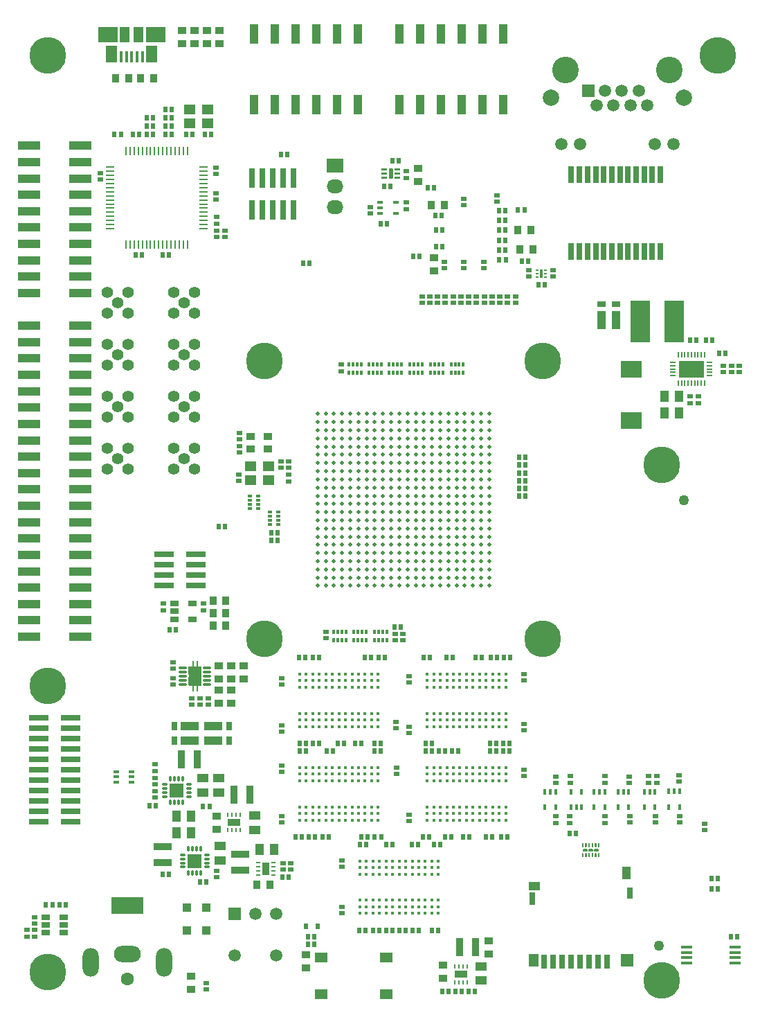
<source format=gbr>
G04 #@! TF.GenerationSoftware,KiCad,Pcbnew,5.0.0-rc3-6a2723a~65~ubuntu16.04.1*
G04 #@! TF.CreationDate,2018-11-29T22:42:40+06:00*
G04 #@! TF.ProjectId,Ki5,4B69352E6B696361645F706362000000,rev?*
G04 #@! TF.SameCoordinates,Original*
G04 #@! TF.FileFunction,Soldermask,Top*
G04 #@! TF.FilePolarity,Negative*
%FSLAX46Y46*%
G04 Gerber Fmt 4.6, Leading zero omitted, Abs format (unit mm)*
G04 Created by KiCad (PCBNEW 5.0.0-rc3-6a2723a~65~ubuntu16.04.1) date Thu Nov 29 22:42:40 2018*
%MOMM*%
%LPD*%
G01*
G04 APERTURE LIST*
%ADD10C,0.100000*%
%ADD11C,0.250000*%
%ADD12C,0.500000*%
%ADD13R,2.750000X1.000000*%
%ADD14R,1.010000X0.762000*%
%ADD15R,1.010000X2.287000*%
%ADD16R,0.500000X0.250000*%
%ADD17R,0.900000X1.600000*%
%ADD18R,1.000000X0.900000*%
%ADD19R,1.000000X1.550000*%
%ADD20R,1.500000X1.500000*%
%ADD21R,0.700000X1.750000*%
%ADD22R,0.800000X1.400000*%
%ADD23R,1.450000X1.000000*%
%ADD24R,0.800000X1.500000*%
%ADD25R,1.300000X1.500000*%
%ADD26R,1.550000X1.300000*%
%ADD27C,1.500000*%
%ADD28C,2.000000*%
%ADD29C,3.250000*%
%ADD30R,0.762000X1.010000*%
%ADD31R,2.287000X1.010000*%
%ADD32C,0.300000*%
%ADD33C,0.200000*%
%ADD34R,3.100000X2.100000*%
%ADD35O,0.800000X0.200000*%
%ADD36O,0.200000X0.800000*%
%ADD37R,2.350000X5.100000*%
%ADD38R,0.640000X2.030000*%
%ADD39C,1.270000*%
%ADD40C,1.600000*%
%ADD41O,2.000000X3.500000*%
%ADD42O,3.300000X2.000000*%
%ADD43R,4.000000X2.000000*%
%ADD44C,0.420000*%
%ADD45R,0.650000X0.575000*%
%ADD46R,0.575000X0.650000*%
%ADD47R,1.000000X0.820000*%
%ADD48R,1.120000X1.400000*%
%ADD49R,1.400000X1.120000*%
%ADD50R,0.820000X1.000000*%
%ADD51R,2.600000X2.060000*%
%ADD52R,1.100000X1.100000*%
%ADD53R,0.600000X0.700000*%
%ADD54C,1.400000*%
%ADD55R,0.450000X1.380000*%
%ADD56R,1.475000X2.100000*%
%ADD57R,2.375000X1.900000*%
%ADD58R,1.175000X1.900000*%
%ADD59R,0.740000X2.400000*%
%ADD60R,2.400000X0.740000*%
%ADD61R,2.030000X1.730000*%
%ADD62O,2.030000X1.730000*%
%ADD63R,2.300000X0.850000*%
%ADD64R,0.850000X2.300000*%
%ADD65C,4.500000*%
%ADD66R,0.650000X0.400000*%
%ADD67R,0.500000X0.320000*%
%ADD68R,0.320000X0.500000*%
%ADD69R,0.400000X0.500000*%
%ADD70R,0.300000X0.500000*%
%ADD71R,1.120000X2.440000*%
%ADD72O,0.990000X0.420000*%
%ADD73R,0.420000X0.420000*%
%ADD74R,0.680000X1.050000*%
%ADD75R,0.280000X0.700000*%
%ADD76R,0.260000X0.500000*%
%ADD77R,1.650000X2.400000*%
%ADD78R,0.250000X1.000000*%
%ADD79R,1.000000X0.250000*%
%ADD80R,0.250000X0.500000*%
%ADD81R,1.600000X0.900000*%
%ADD82O,0.300000X0.750000*%
%ADD83O,0.750000X0.300000*%
%ADD84R,1.800000X1.800000*%
%ADD85R,1.060000X0.650000*%
%ADD86R,0.400000X0.650000*%
%ADD87R,0.400000X1.080000*%
%ADD88R,0.350000X0.240000*%
%ADD89R,1.450000X0.450000*%
%ADD90R,1.400000X1.200000*%
G04 APERTURE END LIST*
D10*
G04 #@! TO.C,U35*
G36*
X75962626Y-46357301D02*
X75968693Y-46358201D01*
X75974643Y-46359691D01*
X75980418Y-46361758D01*
X75985962Y-46364380D01*
X75991223Y-46367533D01*
X75996150Y-46371187D01*
X76000694Y-46375306D01*
X76004813Y-46379850D01*
X76008467Y-46384777D01*
X76011620Y-46390038D01*
X76014242Y-46395582D01*
X76016309Y-46401357D01*
X76017799Y-46407307D01*
X76018699Y-46413374D01*
X76019000Y-46419500D01*
X76019000Y-46544500D01*
X76018699Y-46550626D01*
X76017799Y-46556693D01*
X76016309Y-46562643D01*
X76014242Y-46568418D01*
X76011620Y-46573962D01*
X76008467Y-46579223D01*
X76004813Y-46584150D01*
X76000694Y-46588694D01*
X75996150Y-46592813D01*
X75991223Y-46596467D01*
X75985962Y-46599620D01*
X75980418Y-46602242D01*
X75974643Y-46604309D01*
X75968693Y-46605799D01*
X75962626Y-46606699D01*
X75956500Y-46607000D01*
X75381500Y-46607000D01*
X75375374Y-46606699D01*
X75369307Y-46605799D01*
X75363357Y-46604309D01*
X75357582Y-46602242D01*
X75352038Y-46599620D01*
X75346777Y-46596467D01*
X75341850Y-46592813D01*
X75337306Y-46588694D01*
X75333187Y-46584150D01*
X75329533Y-46579223D01*
X75326380Y-46573962D01*
X75323758Y-46568418D01*
X75321691Y-46562643D01*
X75320201Y-46556693D01*
X75319301Y-46550626D01*
X75319000Y-46544500D01*
X75319000Y-46419500D01*
X75319301Y-46413374D01*
X75320201Y-46407307D01*
X75321691Y-46401357D01*
X75323758Y-46395582D01*
X75326380Y-46390038D01*
X75329533Y-46384777D01*
X75333187Y-46379850D01*
X75337306Y-46375306D01*
X75341850Y-46371187D01*
X75346777Y-46367533D01*
X75352038Y-46364380D01*
X75357582Y-46361758D01*
X75363357Y-46359691D01*
X75369307Y-46358201D01*
X75375374Y-46357301D01*
X75381500Y-46357000D01*
X75956500Y-46357000D01*
X75962626Y-46357301D01*
X75962626Y-46357301D01*
G37*
D11*
X75669000Y-46482000D03*
D10*
G36*
X75962626Y-46857301D02*
X75968693Y-46858201D01*
X75974643Y-46859691D01*
X75980418Y-46861758D01*
X75985962Y-46864380D01*
X75991223Y-46867533D01*
X75996150Y-46871187D01*
X76000694Y-46875306D01*
X76004813Y-46879850D01*
X76008467Y-46884777D01*
X76011620Y-46890038D01*
X76014242Y-46895582D01*
X76016309Y-46901357D01*
X76017799Y-46907307D01*
X76018699Y-46913374D01*
X76019000Y-46919500D01*
X76019000Y-47044500D01*
X76018699Y-47050626D01*
X76017799Y-47056693D01*
X76016309Y-47062643D01*
X76014242Y-47068418D01*
X76011620Y-47073962D01*
X76008467Y-47079223D01*
X76004813Y-47084150D01*
X76000694Y-47088694D01*
X75996150Y-47092813D01*
X75991223Y-47096467D01*
X75985962Y-47099620D01*
X75980418Y-47102242D01*
X75974643Y-47104309D01*
X75968693Y-47105799D01*
X75962626Y-47106699D01*
X75956500Y-47107000D01*
X75381500Y-47107000D01*
X75375374Y-47106699D01*
X75369307Y-47105799D01*
X75363357Y-47104309D01*
X75357582Y-47102242D01*
X75352038Y-47099620D01*
X75346777Y-47096467D01*
X75341850Y-47092813D01*
X75337306Y-47088694D01*
X75333187Y-47084150D01*
X75329533Y-47079223D01*
X75326380Y-47073962D01*
X75323758Y-47068418D01*
X75321691Y-47062643D01*
X75320201Y-47056693D01*
X75319301Y-47050626D01*
X75319000Y-47044500D01*
X75319000Y-46919500D01*
X75319301Y-46913374D01*
X75320201Y-46907307D01*
X75321691Y-46901357D01*
X75323758Y-46895582D01*
X75326380Y-46890038D01*
X75329533Y-46884777D01*
X75333187Y-46879850D01*
X75337306Y-46875306D01*
X75341850Y-46871187D01*
X75346777Y-46867533D01*
X75352038Y-46864380D01*
X75357582Y-46861758D01*
X75363357Y-46859691D01*
X75369307Y-46858201D01*
X75375374Y-46857301D01*
X75381500Y-46857000D01*
X75956500Y-46857000D01*
X75962626Y-46857301D01*
X75962626Y-46857301D01*
G37*
D11*
X75669000Y-46982000D03*
D10*
G36*
X75962626Y-47357301D02*
X75968693Y-47358201D01*
X75974643Y-47359691D01*
X75980418Y-47361758D01*
X75985962Y-47364380D01*
X75991223Y-47367533D01*
X75996150Y-47371187D01*
X76000694Y-47375306D01*
X76004813Y-47379850D01*
X76008467Y-47384777D01*
X76011620Y-47390038D01*
X76014242Y-47395582D01*
X76016309Y-47401357D01*
X76017799Y-47407307D01*
X76018699Y-47413374D01*
X76019000Y-47419500D01*
X76019000Y-47544500D01*
X76018699Y-47550626D01*
X76017799Y-47556693D01*
X76016309Y-47562643D01*
X76014242Y-47568418D01*
X76011620Y-47573962D01*
X76008467Y-47579223D01*
X76004813Y-47584150D01*
X76000694Y-47588694D01*
X75996150Y-47592813D01*
X75991223Y-47596467D01*
X75985962Y-47599620D01*
X75980418Y-47602242D01*
X75974643Y-47604309D01*
X75968693Y-47605799D01*
X75962626Y-47606699D01*
X75956500Y-47607000D01*
X75381500Y-47607000D01*
X75375374Y-47606699D01*
X75369307Y-47605799D01*
X75363357Y-47604309D01*
X75357582Y-47602242D01*
X75352038Y-47599620D01*
X75346777Y-47596467D01*
X75341850Y-47592813D01*
X75337306Y-47588694D01*
X75333187Y-47584150D01*
X75329533Y-47579223D01*
X75326380Y-47573962D01*
X75323758Y-47568418D01*
X75321691Y-47562643D01*
X75320201Y-47556693D01*
X75319301Y-47550626D01*
X75319000Y-47544500D01*
X75319000Y-47419500D01*
X75319301Y-47413374D01*
X75320201Y-47407307D01*
X75321691Y-47401357D01*
X75323758Y-47395582D01*
X75326380Y-47390038D01*
X75329533Y-47384777D01*
X75333187Y-47379850D01*
X75337306Y-47375306D01*
X75341850Y-47371187D01*
X75346777Y-47367533D01*
X75352038Y-47364380D01*
X75357582Y-47361758D01*
X75363357Y-47359691D01*
X75369307Y-47358201D01*
X75375374Y-47357301D01*
X75381500Y-47357000D01*
X75956500Y-47357000D01*
X75962626Y-47357301D01*
X75962626Y-47357301D01*
G37*
D11*
X75669000Y-47482000D03*
D10*
G36*
X74362626Y-47357301D02*
X74368693Y-47358201D01*
X74374643Y-47359691D01*
X74380418Y-47361758D01*
X74385962Y-47364380D01*
X74391223Y-47367533D01*
X74396150Y-47371187D01*
X74400694Y-47375306D01*
X74404813Y-47379850D01*
X74408467Y-47384777D01*
X74411620Y-47390038D01*
X74414242Y-47395582D01*
X74416309Y-47401357D01*
X74417799Y-47407307D01*
X74418699Y-47413374D01*
X74419000Y-47419500D01*
X74419000Y-47544500D01*
X74418699Y-47550626D01*
X74417799Y-47556693D01*
X74416309Y-47562643D01*
X74414242Y-47568418D01*
X74411620Y-47573962D01*
X74408467Y-47579223D01*
X74404813Y-47584150D01*
X74400694Y-47588694D01*
X74396150Y-47592813D01*
X74391223Y-47596467D01*
X74385962Y-47599620D01*
X74380418Y-47602242D01*
X74374643Y-47604309D01*
X74368693Y-47605799D01*
X74362626Y-47606699D01*
X74356500Y-47607000D01*
X73781500Y-47607000D01*
X73775374Y-47606699D01*
X73769307Y-47605799D01*
X73763357Y-47604309D01*
X73757582Y-47602242D01*
X73752038Y-47599620D01*
X73746777Y-47596467D01*
X73741850Y-47592813D01*
X73737306Y-47588694D01*
X73733187Y-47584150D01*
X73729533Y-47579223D01*
X73726380Y-47573962D01*
X73723758Y-47568418D01*
X73721691Y-47562643D01*
X73720201Y-47556693D01*
X73719301Y-47550626D01*
X73719000Y-47544500D01*
X73719000Y-47419500D01*
X73719301Y-47413374D01*
X73720201Y-47407307D01*
X73721691Y-47401357D01*
X73723758Y-47395582D01*
X73726380Y-47390038D01*
X73729533Y-47384777D01*
X73733187Y-47379850D01*
X73737306Y-47375306D01*
X73741850Y-47371187D01*
X73746777Y-47367533D01*
X73752038Y-47364380D01*
X73757582Y-47361758D01*
X73763357Y-47359691D01*
X73769307Y-47358201D01*
X73775374Y-47357301D01*
X73781500Y-47357000D01*
X74356500Y-47357000D01*
X74362626Y-47357301D01*
X74362626Y-47357301D01*
G37*
D11*
X74069000Y-47482000D03*
D10*
G36*
X74362626Y-46857301D02*
X74368693Y-46858201D01*
X74374643Y-46859691D01*
X74380418Y-46861758D01*
X74385962Y-46864380D01*
X74391223Y-46867533D01*
X74396150Y-46871187D01*
X74400694Y-46875306D01*
X74404813Y-46879850D01*
X74408467Y-46884777D01*
X74411620Y-46890038D01*
X74414242Y-46895582D01*
X74416309Y-46901357D01*
X74417799Y-46907307D01*
X74418699Y-46913374D01*
X74419000Y-46919500D01*
X74419000Y-47044500D01*
X74418699Y-47050626D01*
X74417799Y-47056693D01*
X74416309Y-47062643D01*
X74414242Y-47068418D01*
X74411620Y-47073962D01*
X74408467Y-47079223D01*
X74404813Y-47084150D01*
X74400694Y-47088694D01*
X74396150Y-47092813D01*
X74391223Y-47096467D01*
X74385962Y-47099620D01*
X74380418Y-47102242D01*
X74374643Y-47104309D01*
X74368693Y-47105799D01*
X74362626Y-47106699D01*
X74356500Y-47107000D01*
X73781500Y-47107000D01*
X73775374Y-47106699D01*
X73769307Y-47105799D01*
X73763357Y-47104309D01*
X73757582Y-47102242D01*
X73752038Y-47099620D01*
X73746777Y-47096467D01*
X73741850Y-47092813D01*
X73737306Y-47088694D01*
X73733187Y-47084150D01*
X73729533Y-47079223D01*
X73726380Y-47073962D01*
X73723758Y-47068418D01*
X73721691Y-47062643D01*
X73720201Y-47056693D01*
X73719301Y-47050626D01*
X73719000Y-47044500D01*
X73719000Y-46919500D01*
X73719301Y-46913374D01*
X73720201Y-46907307D01*
X73721691Y-46901357D01*
X73723758Y-46895582D01*
X73726380Y-46890038D01*
X73729533Y-46884777D01*
X73733187Y-46879850D01*
X73737306Y-46875306D01*
X73741850Y-46871187D01*
X73746777Y-46867533D01*
X73752038Y-46864380D01*
X73757582Y-46861758D01*
X73763357Y-46859691D01*
X73769307Y-46858201D01*
X73775374Y-46857301D01*
X73781500Y-46857000D01*
X74356500Y-46857000D01*
X74362626Y-46857301D01*
X74362626Y-46857301D01*
G37*
D11*
X74069000Y-46982000D03*
D10*
G36*
X74362626Y-46357301D02*
X74368693Y-46358201D01*
X74374643Y-46359691D01*
X74380418Y-46361758D01*
X74385962Y-46364380D01*
X74391223Y-46367533D01*
X74396150Y-46371187D01*
X74400694Y-46375306D01*
X74404813Y-46379850D01*
X74408467Y-46384777D01*
X74411620Y-46390038D01*
X74414242Y-46395582D01*
X74416309Y-46401357D01*
X74417799Y-46407307D01*
X74418699Y-46413374D01*
X74419000Y-46419500D01*
X74419000Y-46544500D01*
X74418699Y-46550626D01*
X74417799Y-46556693D01*
X74416309Y-46562643D01*
X74414242Y-46568418D01*
X74411620Y-46573962D01*
X74408467Y-46579223D01*
X74404813Y-46584150D01*
X74400694Y-46588694D01*
X74396150Y-46592813D01*
X74391223Y-46596467D01*
X74385962Y-46599620D01*
X74380418Y-46602242D01*
X74374643Y-46604309D01*
X74368693Y-46605799D01*
X74362626Y-46606699D01*
X74356500Y-46607000D01*
X73781500Y-46607000D01*
X73775374Y-46606699D01*
X73769307Y-46605799D01*
X73763357Y-46604309D01*
X73757582Y-46602242D01*
X73752038Y-46599620D01*
X73746777Y-46596467D01*
X73741850Y-46592813D01*
X73737306Y-46588694D01*
X73733187Y-46584150D01*
X73729533Y-46579223D01*
X73726380Y-46573962D01*
X73723758Y-46568418D01*
X73721691Y-46562643D01*
X73720201Y-46556693D01*
X73719301Y-46550626D01*
X73719000Y-46544500D01*
X73719000Y-46419500D01*
X73719301Y-46413374D01*
X73720201Y-46407307D01*
X73721691Y-46401357D01*
X73723758Y-46395582D01*
X73726380Y-46390038D01*
X73729533Y-46384777D01*
X73733187Y-46379850D01*
X73737306Y-46375306D01*
X73741850Y-46371187D01*
X73746777Y-46367533D01*
X73752038Y-46364380D01*
X73757582Y-46361758D01*
X73763357Y-46359691D01*
X73769307Y-46358201D01*
X73775374Y-46357301D01*
X73781500Y-46357000D01*
X74356500Y-46357000D01*
X74362626Y-46357301D01*
X74362626Y-46357301D01*
G37*
D11*
X74069000Y-46482000D03*
D10*
G36*
X75006252Y-46352602D02*
X75018386Y-46354402D01*
X75030286Y-46357382D01*
X75041835Y-46361515D01*
X75052925Y-46366760D01*
X75063446Y-46373066D01*
X75073299Y-46380374D01*
X75082388Y-46388612D01*
X75090626Y-46397701D01*
X75097934Y-46407554D01*
X75104240Y-46418075D01*
X75109485Y-46429165D01*
X75113618Y-46440714D01*
X75116598Y-46452614D01*
X75118398Y-46464748D01*
X75119000Y-46477000D01*
X75119000Y-47487000D01*
X75118398Y-47499252D01*
X75116598Y-47511386D01*
X75113618Y-47523286D01*
X75109485Y-47534835D01*
X75104240Y-47545925D01*
X75097934Y-47556446D01*
X75090626Y-47566299D01*
X75082388Y-47575388D01*
X75073299Y-47583626D01*
X75063446Y-47590934D01*
X75052925Y-47597240D01*
X75041835Y-47602485D01*
X75030286Y-47606618D01*
X75018386Y-47609598D01*
X75006252Y-47611398D01*
X74994000Y-47612000D01*
X74744000Y-47612000D01*
X74731748Y-47611398D01*
X74719614Y-47609598D01*
X74707714Y-47606618D01*
X74696165Y-47602485D01*
X74685075Y-47597240D01*
X74674554Y-47590934D01*
X74664701Y-47583626D01*
X74655612Y-47575388D01*
X74647374Y-47566299D01*
X74640066Y-47556446D01*
X74633760Y-47545925D01*
X74628515Y-47534835D01*
X74624382Y-47523286D01*
X74621402Y-47511386D01*
X74619602Y-47499252D01*
X74619000Y-47487000D01*
X74619000Y-46477000D01*
X74619602Y-46464748D01*
X74621402Y-46452614D01*
X74624382Y-46440714D01*
X74628515Y-46429165D01*
X74633760Y-46418075D01*
X74640066Y-46407554D01*
X74647374Y-46397701D01*
X74655612Y-46388612D01*
X74664701Y-46380374D01*
X74674554Y-46373066D01*
X74685075Y-46366760D01*
X74696165Y-46361515D01*
X74707714Y-46357382D01*
X74719614Y-46354402D01*
X74731748Y-46352602D01*
X74744000Y-46352000D01*
X74994000Y-46352000D01*
X75006252Y-46352602D01*
X75006252Y-46352602D01*
G37*
D12*
X74869000Y-46982000D03*
G04 #@! TD*
D13*
G04 #@! TO.C,J2*
X36907000Y-43590000D03*
X30657000Y-43590000D03*
X36907000Y-45590000D03*
X30657000Y-45590000D03*
X36907000Y-47590000D03*
X30657000Y-47590000D03*
X36907000Y-49590000D03*
X30657000Y-49590000D03*
X36907000Y-51590000D03*
X30657000Y-51590000D03*
X36907000Y-53590000D03*
X30657000Y-53590000D03*
X36907000Y-55590000D03*
X30657000Y-55590000D03*
X36907000Y-57590000D03*
X30657000Y-57590000D03*
X36907000Y-59590000D03*
X30657000Y-59590000D03*
X36907000Y-61590000D03*
X30657000Y-61590000D03*
G04 #@! TD*
D14*
G04 #@! TO.C,RS10*
X100631200Y-62953400D03*
X102401200Y-62953400D03*
D15*
X102401200Y-64858900D03*
X100631200Y-64859400D03*
G04 #@! TD*
D16*
G04 #@! TO.C,U15*
X58638400Y-131677600D03*
X58638400Y-131177600D03*
X60538400Y-131177600D03*
X60538400Y-132177600D03*
X60538400Y-132677600D03*
D17*
X59588400Y-131927600D03*
D16*
X58638400Y-132677600D03*
X58638400Y-132177600D03*
X60538400Y-131677600D03*
G04 #@! TD*
D18*
G04 #@! TO.C,X2*
X57693000Y-79082600D03*
X59843000Y-79082600D03*
X59843000Y-80632600D03*
X57693000Y-80632600D03*
G04 #@! TD*
D19*
G04 #@! TO.C,J10*
X103687600Y-132490000D03*
D20*
X103737600Y-143165000D03*
D21*
X101287600Y-143290000D03*
X100187600Y-143290000D03*
X99087600Y-143290000D03*
X97987600Y-143290000D03*
X96887600Y-143290000D03*
X95787600Y-143290000D03*
X94687600Y-143290000D03*
D22*
X104087600Y-134915000D03*
D23*
X92462600Y-134065000D03*
D24*
X92137600Y-135565000D03*
D25*
X92387600Y-143165000D03*
D21*
X93587600Y-143290000D03*
G04 #@! TD*
D26*
G04 #@! TO.C,S2*
X66370400Y-142784000D03*
X66370400Y-147284000D03*
X74330400Y-147284000D03*
X74330400Y-142784000D03*
G04 #@! TD*
D27*
G04 #@! TO.C,J12*
X109480000Y-43430000D03*
X107190000Y-43430000D03*
X98050000Y-43430000D03*
X95760000Y-43430000D03*
D28*
X94490000Y-37720000D03*
X110750000Y-37720000D03*
D29*
X108970000Y-34290000D03*
X96270000Y-34290000D03*
D27*
X106200000Y-38610000D03*
X104160000Y-38610000D03*
X102120000Y-38610000D03*
X100080000Y-38610000D03*
X105180000Y-36830000D03*
X103140000Y-36830000D03*
X101100000Y-36830000D03*
D20*
X99060000Y-36830000D03*
G04 #@! TD*
D30*
G04 #@! TO.C,RS1*
X55086800Y-114519200D03*
X55086800Y-116289200D03*
D31*
X53181300Y-116289200D03*
X53180800Y-114519200D03*
G04 #@! TD*
D30*
G04 #@! TO.C,RS2*
X48368000Y-116289200D03*
X48368000Y-114519200D03*
D31*
X50273500Y-114519200D03*
X50274000Y-116289200D03*
G04 #@! TD*
D10*
G04 #@! TO.C,U26*
G36*
X98859151Y-129517361D02*
X98866432Y-129518441D01*
X98873571Y-129520229D01*
X98880501Y-129522709D01*
X98887155Y-129525856D01*
X98893468Y-129529640D01*
X98899379Y-129534024D01*
X98904833Y-129538967D01*
X98909776Y-129544421D01*
X98914160Y-129550332D01*
X98917944Y-129556645D01*
X98921091Y-129563299D01*
X98923571Y-129570229D01*
X98925359Y-129577368D01*
X98926439Y-129584649D01*
X98926800Y-129592000D01*
X98926800Y-129742000D01*
X98926439Y-129749351D01*
X98925359Y-129756632D01*
X98923571Y-129763771D01*
X98921091Y-129770701D01*
X98917944Y-129777355D01*
X98914160Y-129783668D01*
X98909776Y-129789579D01*
X98904833Y-129795033D01*
X98899379Y-129799976D01*
X98893468Y-129804360D01*
X98887155Y-129808144D01*
X98880501Y-129811291D01*
X98873571Y-129813771D01*
X98866432Y-129815559D01*
X98859151Y-129816639D01*
X98851800Y-129817000D01*
X98451800Y-129817000D01*
X98444449Y-129816639D01*
X98437168Y-129815559D01*
X98430029Y-129813771D01*
X98423099Y-129811291D01*
X98416445Y-129808144D01*
X98410132Y-129804360D01*
X98404221Y-129799976D01*
X98398767Y-129795033D01*
X98393824Y-129789579D01*
X98389440Y-129783668D01*
X98385656Y-129777355D01*
X98382509Y-129770701D01*
X98380029Y-129763771D01*
X98378241Y-129756632D01*
X98377161Y-129749351D01*
X98376800Y-129742000D01*
X98376800Y-129592000D01*
X98377161Y-129584649D01*
X98378241Y-129577368D01*
X98380029Y-129570229D01*
X98382509Y-129563299D01*
X98385656Y-129556645D01*
X98389440Y-129550332D01*
X98393824Y-129544421D01*
X98398767Y-129538967D01*
X98404221Y-129534024D01*
X98410132Y-129529640D01*
X98416445Y-129525856D01*
X98423099Y-129522709D01*
X98430029Y-129520229D01*
X98437168Y-129518441D01*
X98444449Y-129517361D01*
X98451800Y-129517000D01*
X98851800Y-129517000D01*
X98859151Y-129517361D01*
X98859151Y-129517361D01*
G37*
D32*
X98651800Y-129667000D03*
D10*
G36*
X100219151Y-129517361D02*
X100226432Y-129518441D01*
X100233571Y-129520229D01*
X100240501Y-129522709D01*
X100247155Y-129525856D01*
X100253468Y-129529640D01*
X100259379Y-129534024D01*
X100264833Y-129538967D01*
X100269776Y-129544421D01*
X100274160Y-129550332D01*
X100277944Y-129556645D01*
X100281091Y-129563299D01*
X100283571Y-129570229D01*
X100285359Y-129577368D01*
X100286439Y-129584649D01*
X100286800Y-129592000D01*
X100286800Y-129742000D01*
X100286439Y-129749351D01*
X100285359Y-129756632D01*
X100283571Y-129763771D01*
X100281091Y-129770701D01*
X100277944Y-129777355D01*
X100274160Y-129783668D01*
X100269776Y-129789579D01*
X100264833Y-129795033D01*
X100259379Y-129799976D01*
X100253468Y-129804360D01*
X100247155Y-129808144D01*
X100240501Y-129811291D01*
X100233571Y-129813771D01*
X100226432Y-129815559D01*
X100219151Y-129816639D01*
X100211800Y-129817000D01*
X99811800Y-129817000D01*
X99804449Y-129816639D01*
X99797168Y-129815559D01*
X99790029Y-129813771D01*
X99783099Y-129811291D01*
X99776445Y-129808144D01*
X99770132Y-129804360D01*
X99764221Y-129799976D01*
X99758767Y-129795033D01*
X99753824Y-129789579D01*
X99749440Y-129783668D01*
X99745656Y-129777355D01*
X99742509Y-129770701D01*
X99740029Y-129763771D01*
X99738241Y-129756632D01*
X99737161Y-129749351D01*
X99736800Y-129742000D01*
X99736800Y-129592000D01*
X99737161Y-129584649D01*
X99738241Y-129577368D01*
X99740029Y-129570229D01*
X99742509Y-129563299D01*
X99745656Y-129556645D01*
X99749440Y-129550332D01*
X99753824Y-129544421D01*
X99758767Y-129538967D01*
X99764221Y-129534024D01*
X99770132Y-129529640D01*
X99776445Y-129525856D01*
X99783099Y-129522709D01*
X99790029Y-129520229D01*
X99797168Y-129518441D01*
X99804449Y-129517361D01*
X99811800Y-129517000D01*
X100211800Y-129517000D01*
X100219151Y-129517361D01*
X100219151Y-129517361D01*
G37*
D32*
X100011800Y-129667000D03*
D10*
G36*
X100386701Y-128792241D02*
X100391555Y-128792961D01*
X100396314Y-128794153D01*
X100400934Y-128795806D01*
X100405370Y-128797904D01*
X100409579Y-128800427D01*
X100413520Y-128803349D01*
X100417155Y-128806645D01*
X100420451Y-128810280D01*
X100423373Y-128814221D01*
X100425896Y-128818430D01*
X100427994Y-128822866D01*
X100429647Y-128827486D01*
X100430839Y-128832245D01*
X100431559Y-128837099D01*
X100431800Y-128842000D01*
X100431800Y-129242000D01*
X100431559Y-129246901D01*
X100430839Y-129251755D01*
X100429647Y-129256514D01*
X100427994Y-129261134D01*
X100425896Y-129265570D01*
X100423373Y-129269779D01*
X100420451Y-129273720D01*
X100417155Y-129277355D01*
X100413520Y-129280651D01*
X100409579Y-129283573D01*
X100405370Y-129286096D01*
X100400934Y-129288194D01*
X100396314Y-129289847D01*
X100391555Y-129291039D01*
X100386701Y-129291759D01*
X100381800Y-129292000D01*
X100281800Y-129292000D01*
X100276899Y-129291759D01*
X100272045Y-129291039D01*
X100267286Y-129289847D01*
X100262666Y-129288194D01*
X100258230Y-129286096D01*
X100254021Y-129283573D01*
X100250080Y-129280651D01*
X100246445Y-129277355D01*
X100243149Y-129273720D01*
X100240227Y-129269779D01*
X100237704Y-129265570D01*
X100235606Y-129261134D01*
X100233953Y-129256514D01*
X100232761Y-129251755D01*
X100232041Y-129246901D01*
X100231800Y-129242000D01*
X100231800Y-128842000D01*
X100232041Y-128837099D01*
X100232761Y-128832245D01*
X100233953Y-128827486D01*
X100235606Y-128822866D01*
X100237704Y-128818430D01*
X100240227Y-128814221D01*
X100243149Y-128810280D01*
X100246445Y-128806645D01*
X100250080Y-128803349D01*
X100254021Y-128800427D01*
X100258230Y-128797904D01*
X100262666Y-128795806D01*
X100267286Y-128794153D01*
X100272045Y-128792961D01*
X100276899Y-128792241D01*
X100281800Y-128792000D01*
X100381800Y-128792000D01*
X100386701Y-128792241D01*
X100386701Y-128792241D01*
G37*
D33*
X100331800Y-129042000D03*
D10*
G36*
X99986701Y-128792241D02*
X99991555Y-128792961D01*
X99996314Y-128794153D01*
X100000934Y-128795806D01*
X100005370Y-128797904D01*
X100009579Y-128800427D01*
X100013520Y-128803349D01*
X100017155Y-128806645D01*
X100020451Y-128810280D01*
X100023373Y-128814221D01*
X100025896Y-128818430D01*
X100027994Y-128822866D01*
X100029647Y-128827486D01*
X100030839Y-128832245D01*
X100031559Y-128837099D01*
X100031800Y-128842000D01*
X100031800Y-129242000D01*
X100031559Y-129246901D01*
X100030839Y-129251755D01*
X100029647Y-129256514D01*
X100027994Y-129261134D01*
X100025896Y-129265570D01*
X100023373Y-129269779D01*
X100020451Y-129273720D01*
X100017155Y-129277355D01*
X100013520Y-129280651D01*
X100009579Y-129283573D01*
X100005370Y-129286096D01*
X100000934Y-129288194D01*
X99996314Y-129289847D01*
X99991555Y-129291039D01*
X99986701Y-129291759D01*
X99981800Y-129292000D01*
X99881800Y-129292000D01*
X99876899Y-129291759D01*
X99872045Y-129291039D01*
X99867286Y-129289847D01*
X99862666Y-129288194D01*
X99858230Y-129286096D01*
X99854021Y-129283573D01*
X99850080Y-129280651D01*
X99846445Y-129277355D01*
X99843149Y-129273720D01*
X99840227Y-129269779D01*
X99837704Y-129265570D01*
X99835606Y-129261134D01*
X99833953Y-129256514D01*
X99832761Y-129251755D01*
X99832041Y-129246901D01*
X99831800Y-129242000D01*
X99831800Y-128842000D01*
X99832041Y-128837099D01*
X99832761Y-128832245D01*
X99833953Y-128827486D01*
X99835606Y-128822866D01*
X99837704Y-128818430D01*
X99840227Y-128814221D01*
X99843149Y-128810280D01*
X99846445Y-128806645D01*
X99850080Y-128803349D01*
X99854021Y-128800427D01*
X99858230Y-128797904D01*
X99862666Y-128795806D01*
X99867286Y-128794153D01*
X99872045Y-128792961D01*
X99876899Y-128792241D01*
X99881800Y-128792000D01*
X99981800Y-128792000D01*
X99986701Y-128792241D01*
X99986701Y-128792241D01*
G37*
D33*
X99931800Y-129042000D03*
D10*
G36*
X99586701Y-128792241D02*
X99591555Y-128792961D01*
X99596314Y-128794153D01*
X99600934Y-128795806D01*
X99605370Y-128797904D01*
X99609579Y-128800427D01*
X99613520Y-128803349D01*
X99617155Y-128806645D01*
X99620451Y-128810280D01*
X99623373Y-128814221D01*
X99625896Y-128818430D01*
X99627994Y-128822866D01*
X99629647Y-128827486D01*
X99630839Y-128832245D01*
X99631559Y-128837099D01*
X99631800Y-128842000D01*
X99631800Y-129242000D01*
X99631559Y-129246901D01*
X99630839Y-129251755D01*
X99629647Y-129256514D01*
X99627994Y-129261134D01*
X99625896Y-129265570D01*
X99623373Y-129269779D01*
X99620451Y-129273720D01*
X99617155Y-129277355D01*
X99613520Y-129280651D01*
X99609579Y-129283573D01*
X99605370Y-129286096D01*
X99600934Y-129288194D01*
X99596314Y-129289847D01*
X99591555Y-129291039D01*
X99586701Y-129291759D01*
X99581800Y-129292000D01*
X99481800Y-129292000D01*
X99476899Y-129291759D01*
X99472045Y-129291039D01*
X99467286Y-129289847D01*
X99462666Y-129288194D01*
X99458230Y-129286096D01*
X99454021Y-129283573D01*
X99450080Y-129280651D01*
X99446445Y-129277355D01*
X99443149Y-129273720D01*
X99440227Y-129269779D01*
X99437704Y-129265570D01*
X99435606Y-129261134D01*
X99433953Y-129256514D01*
X99432761Y-129251755D01*
X99432041Y-129246901D01*
X99431800Y-129242000D01*
X99431800Y-128842000D01*
X99432041Y-128837099D01*
X99432761Y-128832245D01*
X99433953Y-128827486D01*
X99435606Y-128822866D01*
X99437704Y-128818430D01*
X99440227Y-128814221D01*
X99443149Y-128810280D01*
X99446445Y-128806645D01*
X99450080Y-128803349D01*
X99454021Y-128800427D01*
X99458230Y-128797904D01*
X99462666Y-128795806D01*
X99467286Y-128794153D01*
X99472045Y-128792961D01*
X99476899Y-128792241D01*
X99481800Y-128792000D01*
X99581800Y-128792000D01*
X99586701Y-128792241D01*
X99586701Y-128792241D01*
G37*
D33*
X99531800Y-129042000D03*
D10*
G36*
X99186701Y-128792241D02*
X99191555Y-128792961D01*
X99196314Y-128794153D01*
X99200934Y-128795806D01*
X99205370Y-128797904D01*
X99209579Y-128800427D01*
X99213520Y-128803349D01*
X99217155Y-128806645D01*
X99220451Y-128810280D01*
X99223373Y-128814221D01*
X99225896Y-128818430D01*
X99227994Y-128822866D01*
X99229647Y-128827486D01*
X99230839Y-128832245D01*
X99231559Y-128837099D01*
X99231800Y-128842000D01*
X99231800Y-129242000D01*
X99231559Y-129246901D01*
X99230839Y-129251755D01*
X99229647Y-129256514D01*
X99227994Y-129261134D01*
X99225896Y-129265570D01*
X99223373Y-129269779D01*
X99220451Y-129273720D01*
X99217155Y-129277355D01*
X99213520Y-129280651D01*
X99209579Y-129283573D01*
X99205370Y-129286096D01*
X99200934Y-129288194D01*
X99196314Y-129289847D01*
X99191555Y-129291039D01*
X99186701Y-129291759D01*
X99181800Y-129292000D01*
X99081800Y-129292000D01*
X99076899Y-129291759D01*
X99072045Y-129291039D01*
X99067286Y-129289847D01*
X99062666Y-129288194D01*
X99058230Y-129286096D01*
X99054021Y-129283573D01*
X99050080Y-129280651D01*
X99046445Y-129277355D01*
X99043149Y-129273720D01*
X99040227Y-129269779D01*
X99037704Y-129265570D01*
X99035606Y-129261134D01*
X99033953Y-129256514D01*
X99032761Y-129251755D01*
X99032041Y-129246901D01*
X99031800Y-129242000D01*
X99031800Y-128842000D01*
X99032041Y-128837099D01*
X99032761Y-128832245D01*
X99033953Y-128827486D01*
X99035606Y-128822866D01*
X99037704Y-128818430D01*
X99040227Y-128814221D01*
X99043149Y-128810280D01*
X99046445Y-128806645D01*
X99050080Y-128803349D01*
X99054021Y-128800427D01*
X99058230Y-128797904D01*
X99062666Y-128795806D01*
X99067286Y-128794153D01*
X99072045Y-128792961D01*
X99076899Y-128792241D01*
X99081800Y-128792000D01*
X99181800Y-128792000D01*
X99186701Y-128792241D01*
X99186701Y-128792241D01*
G37*
D33*
X99131800Y-129042000D03*
D10*
G36*
X98786701Y-128792241D02*
X98791555Y-128792961D01*
X98796314Y-128794153D01*
X98800934Y-128795806D01*
X98805370Y-128797904D01*
X98809579Y-128800427D01*
X98813520Y-128803349D01*
X98817155Y-128806645D01*
X98820451Y-128810280D01*
X98823373Y-128814221D01*
X98825896Y-128818430D01*
X98827994Y-128822866D01*
X98829647Y-128827486D01*
X98830839Y-128832245D01*
X98831559Y-128837099D01*
X98831800Y-128842000D01*
X98831800Y-129242000D01*
X98831559Y-129246901D01*
X98830839Y-129251755D01*
X98829647Y-129256514D01*
X98827994Y-129261134D01*
X98825896Y-129265570D01*
X98823373Y-129269779D01*
X98820451Y-129273720D01*
X98817155Y-129277355D01*
X98813520Y-129280651D01*
X98809579Y-129283573D01*
X98805370Y-129286096D01*
X98800934Y-129288194D01*
X98796314Y-129289847D01*
X98791555Y-129291039D01*
X98786701Y-129291759D01*
X98781800Y-129292000D01*
X98681800Y-129292000D01*
X98676899Y-129291759D01*
X98672045Y-129291039D01*
X98667286Y-129289847D01*
X98662666Y-129288194D01*
X98658230Y-129286096D01*
X98654021Y-129283573D01*
X98650080Y-129280651D01*
X98646445Y-129277355D01*
X98643149Y-129273720D01*
X98640227Y-129269779D01*
X98637704Y-129265570D01*
X98635606Y-129261134D01*
X98633953Y-129256514D01*
X98632761Y-129251755D01*
X98632041Y-129246901D01*
X98631800Y-129242000D01*
X98631800Y-128842000D01*
X98632041Y-128837099D01*
X98632761Y-128832245D01*
X98633953Y-128827486D01*
X98635606Y-128822866D01*
X98637704Y-128818430D01*
X98640227Y-128814221D01*
X98643149Y-128810280D01*
X98646445Y-128806645D01*
X98650080Y-128803349D01*
X98654021Y-128800427D01*
X98658230Y-128797904D01*
X98662666Y-128795806D01*
X98667286Y-128794153D01*
X98672045Y-128792961D01*
X98676899Y-128792241D01*
X98681800Y-128792000D01*
X98781800Y-128792000D01*
X98786701Y-128792241D01*
X98786701Y-128792241D01*
G37*
D33*
X98731800Y-129042000D03*
D10*
G36*
X98386701Y-128792241D02*
X98391555Y-128792961D01*
X98396314Y-128794153D01*
X98400934Y-128795806D01*
X98405370Y-128797904D01*
X98409579Y-128800427D01*
X98413520Y-128803349D01*
X98417155Y-128806645D01*
X98420451Y-128810280D01*
X98423373Y-128814221D01*
X98425896Y-128818430D01*
X98427994Y-128822866D01*
X98429647Y-128827486D01*
X98430839Y-128832245D01*
X98431559Y-128837099D01*
X98431800Y-128842000D01*
X98431800Y-129242000D01*
X98431559Y-129246901D01*
X98430839Y-129251755D01*
X98429647Y-129256514D01*
X98427994Y-129261134D01*
X98425896Y-129265570D01*
X98423373Y-129269779D01*
X98420451Y-129273720D01*
X98417155Y-129277355D01*
X98413520Y-129280651D01*
X98409579Y-129283573D01*
X98405370Y-129286096D01*
X98400934Y-129288194D01*
X98396314Y-129289847D01*
X98391555Y-129291039D01*
X98386701Y-129291759D01*
X98381800Y-129292000D01*
X98281800Y-129292000D01*
X98276899Y-129291759D01*
X98272045Y-129291039D01*
X98267286Y-129289847D01*
X98262666Y-129288194D01*
X98258230Y-129286096D01*
X98254021Y-129283573D01*
X98250080Y-129280651D01*
X98246445Y-129277355D01*
X98243149Y-129273720D01*
X98240227Y-129269779D01*
X98237704Y-129265570D01*
X98235606Y-129261134D01*
X98233953Y-129256514D01*
X98232761Y-129251755D01*
X98232041Y-129246901D01*
X98231800Y-129242000D01*
X98231800Y-128842000D01*
X98232041Y-128837099D01*
X98232761Y-128832245D01*
X98233953Y-128827486D01*
X98235606Y-128822866D01*
X98237704Y-128818430D01*
X98240227Y-128814221D01*
X98243149Y-128810280D01*
X98246445Y-128806645D01*
X98250080Y-128803349D01*
X98254021Y-128800427D01*
X98258230Y-128797904D01*
X98262666Y-128795806D01*
X98267286Y-128794153D01*
X98272045Y-128792961D01*
X98276899Y-128792241D01*
X98281800Y-128792000D01*
X98381800Y-128792000D01*
X98386701Y-128792241D01*
X98386701Y-128792241D01*
G37*
D33*
X98331800Y-129042000D03*
D10*
G36*
X98386701Y-130042241D02*
X98391555Y-130042961D01*
X98396314Y-130044153D01*
X98400934Y-130045806D01*
X98405370Y-130047904D01*
X98409579Y-130050427D01*
X98413520Y-130053349D01*
X98417155Y-130056645D01*
X98420451Y-130060280D01*
X98423373Y-130064221D01*
X98425896Y-130068430D01*
X98427994Y-130072866D01*
X98429647Y-130077486D01*
X98430839Y-130082245D01*
X98431559Y-130087099D01*
X98431800Y-130092000D01*
X98431800Y-130492000D01*
X98431559Y-130496901D01*
X98430839Y-130501755D01*
X98429647Y-130506514D01*
X98427994Y-130511134D01*
X98425896Y-130515570D01*
X98423373Y-130519779D01*
X98420451Y-130523720D01*
X98417155Y-130527355D01*
X98413520Y-130530651D01*
X98409579Y-130533573D01*
X98405370Y-130536096D01*
X98400934Y-130538194D01*
X98396314Y-130539847D01*
X98391555Y-130541039D01*
X98386701Y-130541759D01*
X98381800Y-130542000D01*
X98281800Y-130542000D01*
X98276899Y-130541759D01*
X98272045Y-130541039D01*
X98267286Y-130539847D01*
X98262666Y-130538194D01*
X98258230Y-130536096D01*
X98254021Y-130533573D01*
X98250080Y-130530651D01*
X98246445Y-130527355D01*
X98243149Y-130523720D01*
X98240227Y-130519779D01*
X98237704Y-130515570D01*
X98235606Y-130511134D01*
X98233953Y-130506514D01*
X98232761Y-130501755D01*
X98232041Y-130496901D01*
X98231800Y-130492000D01*
X98231800Y-130092000D01*
X98232041Y-130087099D01*
X98232761Y-130082245D01*
X98233953Y-130077486D01*
X98235606Y-130072866D01*
X98237704Y-130068430D01*
X98240227Y-130064221D01*
X98243149Y-130060280D01*
X98246445Y-130056645D01*
X98250080Y-130053349D01*
X98254021Y-130050427D01*
X98258230Y-130047904D01*
X98262666Y-130045806D01*
X98267286Y-130044153D01*
X98272045Y-130042961D01*
X98276899Y-130042241D01*
X98281800Y-130042000D01*
X98381800Y-130042000D01*
X98386701Y-130042241D01*
X98386701Y-130042241D01*
G37*
D33*
X98331800Y-130292000D03*
D10*
G36*
X98786701Y-130042241D02*
X98791555Y-130042961D01*
X98796314Y-130044153D01*
X98800934Y-130045806D01*
X98805370Y-130047904D01*
X98809579Y-130050427D01*
X98813520Y-130053349D01*
X98817155Y-130056645D01*
X98820451Y-130060280D01*
X98823373Y-130064221D01*
X98825896Y-130068430D01*
X98827994Y-130072866D01*
X98829647Y-130077486D01*
X98830839Y-130082245D01*
X98831559Y-130087099D01*
X98831800Y-130092000D01*
X98831800Y-130492000D01*
X98831559Y-130496901D01*
X98830839Y-130501755D01*
X98829647Y-130506514D01*
X98827994Y-130511134D01*
X98825896Y-130515570D01*
X98823373Y-130519779D01*
X98820451Y-130523720D01*
X98817155Y-130527355D01*
X98813520Y-130530651D01*
X98809579Y-130533573D01*
X98805370Y-130536096D01*
X98800934Y-130538194D01*
X98796314Y-130539847D01*
X98791555Y-130541039D01*
X98786701Y-130541759D01*
X98781800Y-130542000D01*
X98681800Y-130542000D01*
X98676899Y-130541759D01*
X98672045Y-130541039D01*
X98667286Y-130539847D01*
X98662666Y-130538194D01*
X98658230Y-130536096D01*
X98654021Y-130533573D01*
X98650080Y-130530651D01*
X98646445Y-130527355D01*
X98643149Y-130523720D01*
X98640227Y-130519779D01*
X98637704Y-130515570D01*
X98635606Y-130511134D01*
X98633953Y-130506514D01*
X98632761Y-130501755D01*
X98632041Y-130496901D01*
X98631800Y-130492000D01*
X98631800Y-130092000D01*
X98632041Y-130087099D01*
X98632761Y-130082245D01*
X98633953Y-130077486D01*
X98635606Y-130072866D01*
X98637704Y-130068430D01*
X98640227Y-130064221D01*
X98643149Y-130060280D01*
X98646445Y-130056645D01*
X98650080Y-130053349D01*
X98654021Y-130050427D01*
X98658230Y-130047904D01*
X98662666Y-130045806D01*
X98667286Y-130044153D01*
X98672045Y-130042961D01*
X98676899Y-130042241D01*
X98681800Y-130042000D01*
X98781800Y-130042000D01*
X98786701Y-130042241D01*
X98786701Y-130042241D01*
G37*
D33*
X98731800Y-130292000D03*
D10*
G36*
X99186701Y-130042241D02*
X99191555Y-130042961D01*
X99196314Y-130044153D01*
X99200934Y-130045806D01*
X99205370Y-130047904D01*
X99209579Y-130050427D01*
X99213520Y-130053349D01*
X99217155Y-130056645D01*
X99220451Y-130060280D01*
X99223373Y-130064221D01*
X99225896Y-130068430D01*
X99227994Y-130072866D01*
X99229647Y-130077486D01*
X99230839Y-130082245D01*
X99231559Y-130087099D01*
X99231800Y-130092000D01*
X99231800Y-130492000D01*
X99231559Y-130496901D01*
X99230839Y-130501755D01*
X99229647Y-130506514D01*
X99227994Y-130511134D01*
X99225896Y-130515570D01*
X99223373Y-130519779D01*
X99220451Y-130523720D01*
X99217155Y-130527355D01*
X99213520Y-130530651D01*
X99209579Y-130533573D01*
X99205370Y-130536096D01*
X99200934Y-130538194D01*
X99196314Y-130539847D01*
X99191555Y-130541039D01*
X99186701Y-130541759D01*
X99181800Y-130542000D01*
X99081800Y-130542000D01*
X99076899Y-130541759D01*
X99072045Y-130541039D01*
X99067286Y-130539847D01*
X99062666Y-130538194D01*
X99058230Y-130536096D01*
X99054021Y-130533573D01*
X99050080Y-130530651D01*
X99046445Y-130527355D01*
X99043149Y-130523720D01*
X99040227Y-130519779D01*
X99037704Y-130515570D01*
X99035606Y-130511134D01*
X99033953Y-130506514D01*
X99032761Y-130501755D01*
X99032041Y-130496901D01*
X99031800Y-130492000D01*
X99031800Y-130092000D01*
X99032041Y-130087099D01*
X99032761Y-130082245D01*
X99033953Y-130077486D01*
X99035606Y-130072866D01*
X99037704Y-130068430D01*
X99040227Y-130064221D01*
X99043149Y-130060280D01*
X99046445Y-130056645D01*
X99050080Y-130053349D01*
X99054021Y-130050427D01*
X99058230Y-130047904D01*
X99062666Y-130045806D01*
X99067286Y-130044153D01*
X99072045Y-130042961D01*
X99076899Y-130042241D01*
X99081800Y-130042000D01*
X99181800Y-130042000D01*
X99186701Y-130042241D01*
X99186701Y-130042241D01*
G37*
D33*
X99131800Y-130292000D03*
D10*
G36*
X99586701Y-130042241D02*
X99591555Y-130042961D01*
X99596314Y-130044153D01*
X99600934Y-130045806D01*
X99605370Y-130047904D01*
X99609579Y-130050427D01*
X99613520Y-130053349D01*
X99617155Y-130056645D01*
X99620451Y-130060280D01*
X99623373Y-130064221D01*
X99625896Y-130068430D01*
X99627994Y-130072866D01*
X99629647Y-130077486D01*
X99630839Y-130082245D01*
X99631559Y-130087099D01*
X99631800Y-130092000D01*
X99631800Y-130492000D01*
X99631559Y-130496901D01*
X99630839Y-130501755D01*
X99629647Y-130506514D01*
X99627994Y-130511134D01*
X99625896Y-130515570D01*
X99623373Y-130519779D01*
X99620451Y-130523720D01*
X99617155Y-130527355D01*
X99613520Y-130530651D01*
X99609579Y-130533573D01*
X99605370Y-130536096D01*
X99600934Y-130538194D01*
X99596314Y-130539847D01*
X99591555Y-130541039D01*
X99586701Y-130541759D01*
X99581800Y-130542000D01*
X99481800Y-130542000D01*
X99476899Y-130541759D01*
X99472045Y-130541039D01*
X99467286Y-130539847D01*
X99462666Y-130538194D01*
X99458230Y-130536096D01*
X99454021Y-130533573D01*
X99450080Y-130530651D01*
X99446445Y-130527355D01*
X99443149Y-130523720D01*
X99440227Y-130519779D01*
X99437704Y-130515570D01*
X99435606Y-130511134D01*
X99433953Y-130506514D01*
X99432761Y-130501755D01*
X99432041Y-130496901D01*
X99431800Y-130492000D01*
X99431800Y-130092000D01*
X99432041Y-130087099D01*
X99432761Y-130082245D01*
X99433953Y-130077486D01*
X99435606Y-130072866D01*
X99437704Y-130068430D01*
X99440227Y-130064221D01*
X99443149Y-130060280D01*
X99446445Y-130056645D01*
X99450080Y-130053349D01*
X99454021Y-130050427D01*
X99458230Y-130047904D01*
X99462666Y-130045806D01*
X99467286Y-130044153D01*
X99472045Y-130042961D01*
X99476899Y-130042241D01*
X99481800Y-130042000D01*
X99581800Y-130042000D01*
X99586701Y-130042241D01*
X99586701Y-130042241D01*
G37*
D33*
X99531800Y-130292000D03*
D10*
G36*
X99986701Y-130042241D02*
X99991555Y-130042961D01*
X99996314Y-130044153D01*
X100000934Y-130045806D01*
X100005370Y-130047904D01*
X100009579Y-130050427D01*
X100013520Y-130053349D01*
X100017155Y-130056645D01*
X100020451Y-130060280D01*
X100023373Y-130064221D01*
X100025896Y-130068430D01*
X100027994Y-130072866D01*
X100029647Y-130077486D01*
X100030839Y-130082245D01*
X100031559Y-130087099D01*
X100031800Y-130092000D01*
X100031800Y-130492000D01*
X100031559Y-130496901D01*
X100030839Y-130501755D01*
X100029647Y-130506514D01*
X100027994Y-130511134D01*
X100025896Y-130515570D01*
X100023373Y-130519779D01*
X100020451Y-130523720D01*
X100017155Y-130527355D01*
X100013520Y-130530651D01*
X100009579Y-130533573D01*
X100005370Y-130536096D01*
X100000934Y-130538194D01*
X99996314Y-130539847D01*
X99991555Y-130541039D01*
X99986701Y-130541759D01*
X99981800Y-130542000D01*
X99881800Y-130542000D01*
X99876899Y-130541759D01*
X99872045Y-130541039D01*
X99867286Y-130539847D01*
X99862666Y-130538194D01*
X99858230Y-130536096D01*
X99854021Y-130533573D01*
X99850080Y-130530651D01*
X99846445Y-130527355D01*
X99843149Y-130523720D01*
X99840227Y-130519779D01*
X99837704Y-130515570D01*
X99835606Y-130511134D01*
X99833953Y-130506514D01*
X99832761Y-130501755D01*
X99832041Y-130496901D01*
X99831800Y-130492000D01*
X99831800Y-130092000D01*
X99832041Y-130087099D01*
X99832761Y-130082245D01*
X99833953Y-130077486D01*
X99835606Y-130072866D01*
X99837704Y-130068430D01*
X99840227Y-130064221D01*
X99843149Y-130060280D01*
X99846445Y-130056645D01*
X99850080Y-130053349D01*
X99854021Y-130050427D01*
X99858230Y-130047904D01*
X99862666Y-130045806D01*
X99867286Y-130044153D01*
X99872045Y-130042961D01*
X99876899Y-130042241D01*
X99881800Y-130042000D01*
X99981800Y-130042000D01*
X99986701Y-130042241D01*
X99986701Y-130042241D01*
G37*
D33*
X99931800Y-130292000D03*
D10*
G36*
X100386701Y-130042241D02*
X100391555Y-130042961D01*
X100396314Y-130044153D01*
X100400934Y-130045806D01*
X100405370Y-130047904D01*
X100409579Y-130050427D01*
X100413520Y-130053349D01*
X100417155Y-130056645D01*
X100420451Y-130060280D01*
X100423373Y-130064221D01*
X100425896Y-130068430D01*
X100427994Y-130072866D01*
X100429647Y-130077486D01*
X100430839Y-130082245D01*
X100431559Y-130087099D01*
X100431800Y-130092000D01*
X100431800Y-130492000D01*
X100431559Y-130496901D01*
X100430839Y-130501755D01*
X100429647Y-130506514D01*
X100427994Y-130511134D01*
X100425896Y-130515570D01*
X100423373Y-130519779D01*
X100420451Y-130523720D01*
X100417155Y-130527355D01*
X100413520Y-130530651D01*
X100409579Y-130533573D01*
X100405370Y-130536096D01*
X100400934Y-130538194D01*
X100396314Y-130539847D01*
X100391555Y-130541039D01*
X100386701Y-130541759D01*
X100381800Y-130542000D01*
X100281800Y-130542000D01*
X100276899Y-130541759D01*
X100272045Y-130541039D01*
X100267286Y-130539847D01*
X100262666Y-130538194D01*
X100258230Y-130536096D01*
X100254021Y-130533573D01*
X100250080Y-130530651D01*
X100246445Y-130527355D01*
X100243149Y-130523720D01*
X100240227Y-130519779D01*
X100237704Y-130515570D01*
X100235606Y-130511134D01*
X100233953Y-130506514D01*
X100232761Y-130501755D01*
X100232041Y-130496901D01*
X100231800Y-130492000D01*
X100231800Y-130092000D01*
X100232041Y-130087099D01*
X100232761Y-130082245D01*
X100233953Y-130077486D01*
X100235606Y-130072866D01*
X100237704Y-130068430D01*
X100240227Y-130064221D01*
X100243149Y-130060280D01*
X100246445Y-130056645D01*
X100250080Y-130053349D01*
X100254021Y-130050427D01*
X100258230Y-130047904D01*
X100262666Y-130045806D01*
X100267286Y-130044153D01*
X100272045Y-130042961D01*
X100276899Y-130042241D01*
X100281800Y-130042000D01*
X100381800Y-130042000D01*
X100386701Y-130042241D01*
X100386701Y-130042241D01*
G37*
D33*
X100331800Y-130292000D03*
D10*
G36*
X99539151Y-129517361D02*
X99546432Y-129518441D01*
X99553571Y-129520229D01*
X99560501Y-129522709D01*
X99567155Y-129525856D01*
X99573468Y-129529640D01*
X99579379Y-129534024D01*
X99584833Y-129538967D01*
X99589776Y-129544421D01*
X99594160Y-129550332D01*
X99597944Y-129556645D01*
X99601091Y-129563299D01*
X99603571Y-129570229D01*
X99605359Y-129577368D01*
X99606439Y-129584649D01*
X99606800Y-129592000D01*
X99606800Y-129742000D01*
X99606439Y-129749351D01*
X99605359Y-129756632D01*
X99603571Y-129763771D01*
X99601091Y-129770701D01*
X99597944Y-129777355D01*
X99594160Y-129783668D01*
X99589776Y-129789579D01*
X99584833Y-129795033D01*
X99579379Y-129799976D01*
X99573468Y-129804360D01*
X99567155Y-129808144D01*
X99560501Y-129811291D01*
X99553571Y-129813771D01*
X99546432Y-129815559D01*
X99539151Y-129816639D01*
X99531800Y-129817000D01*
X99131800Y-129817000D01*
X99124449Y-129816639D01*
X99117168Y-129815559D01*
X99110029Y-129813771D01*
X99103099Y-129811291D01*
X99096445Y-129808144D01*
X99090132Y-129804360D01*
X99084221Y-129799976D01*
X99078767Y-129795033D01*
X99073824Y-129789579D01*
X99069440Y-129783668D01*
X99065656Y-129777355D01*
X99062509Y-129770701D01*
X99060029Y-129763771D01*
X99058241Y-129756632D01*
X99057161Y-129749351D01*
X99056800Y-129742000D01*
X99056800Y-129592000D01*
X99057161Y-129584649D01*
X99058241Y-129577368D01*
X99060029Y-129570229D01*
X99062509Y-129563299D01*
X99065656Y-129556645D01*
X99069440Y-129550332D01*
X99073824Y-129544421D01*
X99078767Y-129538967D01*
X99084221Y-129534024D01*
X99090132Y-129529640D01*
X99096445Y-129525856D01*
X99103099Y-129522709D01*
X99110029Y-129520229D01*
X99117168Y-129518441D01*
X99124449Y-129517361D01*
X99131800Y-129517000D01*
X99531800Y-129517000D01*
X99539151Y-129517361D01*
X99539151Y-129517361D01*
G37*
D32*
X99331800Y-129667000D03*
G04 #@! TD*
D34*
G04 #@! TO.C,U18*
X111634950Y-70866000D03*
D35*
X113884950Y-70066000D03*
X113884950Y-70466000D03*
X113884950Y-70866000D03*
X113884950Y-71266000D03*
X113884950Y-71666000D03*
D36*
X113234950Y-72616000D03*
X112834950Y-72616000D03*
X112434950Y-72616000D03*
X112034950Y-72616000D03*
X111634950Y-72616000D03*
X111234950Y-72616000D03*
X110834950Y-72616000D03*
X110434950Y-72616000D03*
X110034950Y-72616000D03*
D35*
X109384950Y-71666000D03*
X109384950Y-71266000D03*
X109384950Y-70866000D03*
X109384950Y-70466000D03*
X109384950Y-70066000D03*
D36*
X110034950Y-69116000D03*
X110434950Y-69116000D03*
X110834950Y-69116000D03*
X111234950Y-69116000D03*
X111634950Y-69116000D03*
X112034950Y-69116000D03*
X112434950Y-69116000D03*
X112834950Y-69116000D03*
X113234950Y-69116000D03*
G04 #@! TD*
D37*
G04 #@! TO.C,L5*
X105359400Y-65100200D03*
X109509400Y-65100200D03*
G04 #@! TD*
D38*
G04 #@! TO.C,T1*
X106862900Y-56515000D03*
X107853500Y-56515000D03*
X103891100Y-56515000D03*
X104881700Y-56515000D03*
X100919300Y-56515000D03*
X101909900Y-56515000D03*
X97947500Y-56515000D03*
X98938100Y-56515000D03*
X106862900Y-47117000D03*
X107853500Y-47117000D03*
X103891100Y-47117000D03*
X104881700Y-47117000D03*
X100919300Y-47117000D03*
X101909900Y-47117000D03*
X97947500Y-47117000D03*
X98938100Y-47117000D03*
X96956900Y-47117000D03*
X99928700Y-47117000D03*
X102900500Y-47117000D03*
X105872300Y-47117000D03*
X105872300Y-56515000D03*
X102900500Y-56515000D03*
X99928700Y-56515000D03*
X96956900Y-56515000D03*
G04 #@! TD*
D39*
G04 #@! TO.C,J9*
X107652600Y-141315000D03*
X110702600Y-86935000D03*
G04 #@! TD*
D40*
G04 #@! TO.C,J8*
X42672000Y-145398000D03*
D41*
X47172000Y-143398000D03*
X38172000Y-143398000D03*
D42*
X42672000Y-142398000D03*
D43*
X42672000Y-136398000D03*
G04 #@! TD*
D44*
G04 #@! TO.C,U10*
X73487600Y-135800600D03*
X72687600Y-135800600D03*
X80687600Y-131000600D03*
X80687600Y-131800600D03*
X80687600Y-132600600D03*
X80687600Y-135800600D03*
X80687600Y-136600600D03*
X80687600Y-137400600D03*
X79887600Y-131000600D03*
X79887600Y-131800600D03*
X79887600Y-132600600D03*
X79887600Y-135800600D03*
X79887600Y-136600600D03*
X79887600Y-137400600D03*
X79087600Y-131000600D03*
X79087600Y-131800600D03*
X79087600Y-132600600D03*
X79087600Y-135800600D03*
X79087600Y-136600600D03*
X79087600Y-137400600D03*
X78287600Y-131000600D03*
X78287600Y-131800600D03*
X78287600Y-132600600D03*
X78287600Y-135800600D03*
X78287600Y-136600600D03*
X78287600Y-137400600D03*
X77487600Y-131000600D03*
X77487600Y-131800600D03*
X77487600Y-132600600D03*
X77487600Y-135800600D03*
X77487600Y-136600600D03*
X77487600Y-137400600D03*
X76687600Y-131000600D03*
X76687600Y-131800600D03*
X76687600Y-132600600D03*
X76687600Y-135800600D03*
X76687600Y-136600600D03*
X76687600Y-137400600D03*
X75887600Y-131000600D03*
X75887600Y-131800600D03*
X75887600Y-132600600D03*
X75887600Y-135800600D03*
X75887600Y-136600600D03*
X75887600Y-137400600D03*
X75087600Y-131000600D03*
X75087600Y-131800600D03*
X75087600Y-132600600D03*
X75087600Y-135800600D03*
X75087600Y-136600600D03*
X75087600Y-137400600D03*
X74287600Y-131000600D03*
X74287600Y-131800600D03*
X74287600Y-132600600D03*
X74287600Y-135800600D03*
X74287600Y-136600600D03*
X74287600Y-137400600D03*
X73487600Y-131000600D03*
X73487600Y-131800600D03*
X73487600Y-132600600D03*
X73487600Y-136600600D03*
X73487600Y-137400600D03*
X72687600Y-131000600D03*
X72687600Y-131800600D03*
X72687600Y-132600600D03*
X72687600Y-136600600D03*
X72687600Y-137400600D03*
X71887600Y-131000600D03*
X71887600Y-131800600D03*
X71887600Y-132600600D03*
X71887600Y-135800600D03*
X71887600Y-136600600D03*
X71887600Y-137400600D03*
X71087600Y-131000600D03*
X71087600Y-131800600D03*
X71087600Y-132600600D03*
X71087600Y-135800600D03*
X71087600Y-136600600D03*
X71087600Y-137400600D03*
G04 #@! TD*
G04 #@! TO.C,U9*
X86524800Y-121183600D03*
X87324800Y-121183600D03*
X79324800Y-125983600D03*
X79324800Y-125183600D03*
X79324800Y-124383600D03*
X79324800Y-121183600D03*
X79324800Y-120383600D03*
X79324800Y-119583600D03*
X80124800Y-125983600D03*
X80124800Y-125183600D03*
X80124800Y-124383600D03*
X80124800Y-121183600D03*
X80124800Y-120383600D03*
X80124800Y-119583600D03*
X80924800Y-125983600D03*
X80924800Y-125183600D03*
X80924800Y-124383600D03*
X80924800Y-121183600D03*
X80924800Y-120383600D03*
X80924800Y-119583600D03*
X81724800Y-125983600D03*
X81724800Y-125183600D03*
X81724800Y-124383600D03*
X81724800Y-121183600D03*
X81724800Y-120383600D03*
X81724800Y-119583600D03*
X82524800Y-125983600D03*
X82524800Y-125183600D03*
X82524800Y-124383600D03*
X82524800Y-121183600D03*
X82524800Y-120383600D03*
X82524800Y-119583600D03*
X83324800Y-125983600D03*
X83324800Y-125183600D03*
X83324800Y-124383600D03*
X83324800Y-121183600D03*
X83324800Y-120383600D03*
X83324800Y-119583600D03*
X84124800Y-125983600D03*
X84124800Y-125183600D03*
X84124800Y-124383600D03*
X84124800Y-121183600D03*
X84124800Y-120383600D03*
X84124800Y-119583600D03*
X84924800Y-125983600D03*
X84924800Y-125183600D03*
X84924800Y-124383600D03*
X84924800Y-121183600D03*
X84924800Y-120383600D03*
X84924800Y-119583600D03*
X85724800Y-125983600D03*
X85724800Y-125183600D03*
X85724800Y-124383600D03*
X85724800Y-121183600D03*
X85724800Y-120383600D03*
X85724800Y-119583600D03*
X86524800Y-125983600D03*
X86524800Y-125183600D03*
X86524800Y-124383600D03*
X86524800Y-120383600D03*
X86524800Y-119583600D03*
X87324800Y-125983600D03*
X87324800Y-125183600D03*
X87324800Y-124383600D03*
X87324800Y-120383600D03*
X87324800Y-119583600D03*
X88124800Y-125983600D03*
X88124800Y-125183600D03*
X88124800Y-124383600D03*
X88124800Y-121183600D03*
X88124800Y-120383600D03*
X88124800Y-119583600D03*
X88924800Y-125983600D03*
X88924800Y-125183600D03*
X88924800Y-124383600D03*
X88924800Y-121183600D03*
X88924800Y-120383600D03*
X88924800Y-119583600D03*
G04 #@! TD*
G04 #@! TO.C,U4*
X66129200Y-124383600D03*
X65329200Y-124383600D03*
X73329200Y-119583600D03*
X73329200Y-120383600D03*
X73329200Y-121183600D03*
X73329200Y-124383600D03*
X73329200Y-125183600D03*
X73329200Y-125983600D03*
X72529200Y-119583600D03*
X72529200Y-120383600D03*
X72529200Y-121183600D03*
X72529200Y-124383600D03*
X72529200Y-125183600D03*
X72529200Y-125983600D03*
X71729200Y-119583600D03*
X71729200Y-120383600D03*
X71729200Y-121183600D03*
X71729200Y-124383600D03*
X71729200Y-125183600D03*
X71729200Y-125983600D03*
X70929200Y-119583600D03*
X70929200Y-120383600D03*
X70929200Y-121183600D03*
X70929200Y-124383600D03*
X70929200Y-125183600D03*
X70929200Y-125983600D03*
X70129200Y-119583600D03*
X70129200Y-120383600D03*
X70129200Y-121183600D03*
X70129200Y-124383600D03*
X70129200Y-125183600D03*
X70129200Y-125983600D03*
X69329200Y-119583600D03*
X69329200Y-120383600D03*
X69329200Y-121183600D03*
X69329200Y-124383600D03*
X69329200Y-125183600D03*
X69329200Y-125983600D03*
X68529200Y-119583600D03*
X68529200Y-120383600D03*
X68529200Y-121183600D03*
X68529200Y-124383600D03*
X68529200Y-125183600D03*
X68529200Y-125983600D03*
X67729200Y-119583600D03*
X67729200Y-120383600D03*
X67729200Y-121183600D03*
X67729200Y-124383600D03*
X67729200Y-125183600D03*
X67729200Y-125983600D03*
X66929200Y-119583600D03*
X66929200Y-120383600D03*
X66929200Y-121183600D03*
X66929200Y-124383600D03*
X66929200Y-125183600D03*
X66929200Y-125983600D03*
X66129200Y-119583600D03*
X66129200Y-120383600D03*
X66129200Y-121183600D03*
X66129200Y-125183600D03*
X66129200Y-125983600D03*
X65329200Y-119583600D03*
X65329200Y-120383600D03*
X65329200Y-121183600D03*
X65329200Y-125183600D03*
X65329200Y-125983600D03*
X64529200Y-119583600D03*
X64529200Y-120383600D03*
X64529200Y-121183600D03*
X64529200Y-124383600D03*
X64529200Y-125183600D03*
X64529200Y-125983600D03*
X63729200Y-119583600D03*
X63729200Y-120383600D03*
X63729200Y-121183600D03*
X63729200Y-124383600D03*
X63729200Y-125183600D03*
X63729200Y-125983600D03*
G04 #@! TD*
G04 #@! TO.C,U7*
X86524800Y-109753600D03*
X87324800Y-109753600D03*
X79324800Y-114553600D03*
X79324800Y-113753600D03*
X79324800Y-112953600D03*
X79324800Y-109753600D03*
X79324800Y-108953600D03*
X79324800Y-108153600D03*
X80124800Y-114553600D03*
X80124800Y-113753600D03*
X80124800Y-112953600D03*
X80124800Y-109753600D03*
X80124800Y-108953600D03*
X80124800Y-108153600D03*
X80924800Y-114553600D03*
X80924800Y-113753600D03*
X80924800Y-112953600D03*
X80924800Y-109753600D03*
X80924800Y-108953600D03*
X80924800Y-108153600D03*
X81724800Y-114553600D03*
X81724800Y-113753600D03*
X81724800Y-112953600D03*
X81724800Y-109753600D03*
X81724800Y-108953600D03*
X81724800Y-108153600D03*
X82524800Y-114553600D03*
X82524800Y-113753600D03*
X82524800Y-112953600D03*
X82524800Y-109753600D03*
X82524800Y-108953600D03*
X82524800Y-108153600D03*
X83324800Y-114553600D03*
X83324800Y-113753600D03*
X83324800Y-112953600D03*
X83324800Y-109753600D03*
X83324800Y-108953600D03*
X83324800Y-108153600D03*
X84124800Y-114553600D03*
X84124800Y-113753600D03*
X84124800Y-112953600D03*
X84124800Y-109753600D03*
X84124800Y-108953600D03*
X84124800Y-108153600D03*
X84924800Y-114553600D03*
X84924800Y-113753600D03*
X84924800Y-112953600D03*
X84924800Y-109753600D03*
X84924800Y-108953600D03*
X84924800Y-108153600D03*
X85724800Y-114553600D03*
X85724800Y-113753600D03*
X85724800Y-112953600D03*
X85724800Y-109753600D03*
X85724800Y-108953600D03*
X85724800Y-108153600D03*
X86524800Y-114553600D03*
X86524800Y-113753600D03*
X86524800Y-112953600D03*
X86524800Y-108953600D03*
X86524800Y-108153600D03*
X87324800Y-114553600D03*
X87324800Y-113753600D03*
X87324800Y-112953600D03*
X87324800Y-108953600D03*
X87324800Y-108153600D03*
X88124800Y-114553600D03*
X88124800Y-113753600D03*
X88124800Y-112953600D03*
X88124800Y-109753600D03*
X88124800Y-108953600D03*
X88124800Y-108153600D03*
X88924800Y-114553600D03*
X88924800Y-113753600D03*
X88924800Y-112953600D03*
X88924800Y-109753600D03*
X88924800Y-108953600D03*
X88924800Y-108153600D03*
G04 #@! TD*
G04 #@! TO.C,U2*
X66129200Y-112953600D03*
X65329200Y-112953600D03*
X73329200Y-108153600D03*
X73329200Y-108953600D03*
X73329200Y-109753600D03*
X73329200Y-112953600D03*
X73329200Y-113753600D03*
X73329200Y-114553600D03*
X72529200Y-108153600D03*
X72529200Y-108953600D03*
X72529200Y-109753600D03*
X72529200Y-112953600D03*
X72529200Y-113753600D03*
X72529200Y-114553600D03*
X71729200Y-108153600D03*
X71729200Y-108953600D03*
X71729200Y-109753600D03*
X71729200Y-112953600D03*
X71729200Y-113753600D03*
X71729200Y-114553600D03*
X70929200Y-108153600D03*
X70929200Y-108953600D03*
X70929200Y-109753600D03*
X70929200Y-112953600D03*
X70929200Y-113753600D03*
X70929200Y-114553600D03*
X70129200Y-108153600D03*
X70129200Y-108953600D03*
X70129200Y-109753600D03*
X70129200Y-112953600D03*
X70129200Y-113753600D03*
X70129200Y-114553600D03*
X69329200Y-108153600D03*
X69329200Y-108953600D03*
X69329200Y-109753600D03*
X69329200Y-112953600D03*
X69329200Y-113753600D03*
X69329200Y-114553600D03*
X68529200Y-108153600D03*
X68529200Y-108953600D03*
X68529200Y-109753600D03*
X68529200Y-112953600D03*
X68529200Y-113753600D03*
X68529200Y-114553600D03*
X67729200Y-108153600D03*
X67729200Y-108953600D03*
X67729200Y-109753600D03*
X67729200Y-112953600D03*
X67729200Y-113753600D03*
X67729200Y-114553600D03*
X66929200Y-108153600D03*
X66929200Y-108953600D03*
X66929200Y-109753600D03*
X66929200Y-112953600D03*
X66929200Y-113753600D03*
X66929200Y-114553600D03*
X66129200Y-108153600D03*
X66129200Y-108953600D03*
X66129200Y-109753600D03*
X66129200Y-113753600D03*
X66129200Y-114553600D03*
X65329200Y-108153600D03*
X65329200Y-108953600D03*
X65329200Y-109753600D03*
X65329200Y-113753600D03*
X65329200Y-114553600D03*
X64529200Y-108153600D03*
X64529200Y-108953600D03*
X64529200Y-109753600D03*
X64529200Y-112953600D03*
X64529200Y-113753600D03*
X64529200Y-114553600D03*
X63729200Y-108153600D03*
X63729200Y-108953600D03*
X63729200Y-109753600D03*
X63729200Y-112953600D03*
X63729200Y-113753600D03*
X63729200Y-114553600D03*
G04 #@! TD*
D20*
G04 #@! TO.C,S4*
X55753000Y-137414000D03*
D27*
X58293000Y-137414000D03*
X60833000Y-137414000D03*
X55753000Y-142494000D03*
X60833000Y-142494000D03*
G04 #@! TD*
D45*
G04 #@! TO.C,C1*
X61569600Y-115195500D03*
X61569600Y-114420500D03*
G04 #@! TD*
D46*
G04 #@! TO.C,C2*
X73374100Y-106121200D03*
X74149100Y-106121200D03*
G04 #@! TD*
D45*
G04 #@! TO.C,C3*
X75539600Y-113963300D03*
X75539600Y-114738300D03*
G04 #@! TD*
G04 #@! TO.C,C4*
X77114400Y-108426100D03*
X77114400Y-109201100D03*
G04 #@! TD*
D46*
G04 #@! TO.C,C5*
X72866100Y-116586000D03*
X73641100Y-116586000D03*
G04 #@! TD*
D45*
G04 #@! TO.C,C6*
X61569600Y-109455100D03*
X61569600Y-108680100D03*
G04 #@! TD*
D46*
G04 #@! TO.C,C7*
X65347700Y-116586000D03*
X66122700Y-116586000D03*
G04 #@! TD*
G04 #@! TO.C,C8*
X66122700Y-106121200D03*
X65347700Y-106121200D03*
G04 #@! TD*
G04 #@! TO.C,C17*
X70478500Y-116586000D03*
X71253500Y-116586000D03*
G04 #@! TD*
G04 #@! TO.C,C18*
X72472700Y-106121200D03*
X71697700Y-106121200D03*
G04 #@! TD*
G04 #@! TO.C,C20*
X63722100Y-116586000D03*
X64497100Y-116586000D03*
G04 #@! TD*
G04 #@! TO.C,C27*
X66516100Y-128016000D03*
X67291100Y-128016000D03*
G04 #@! TD*
D45*
G04 #@! TO.C,C29*
X61518800Y-120072300D03*
X61518800Y-119297300D03*
G04 #@! TD*
D46*
G04 #@! TO.C,C30*
X72066300Y-128016000D03*
X71291300Y-128016000D03*
G04 #@! TD*
G04 #@! TO.C,C31*
X67799100Y-117551200D03*
X67024100Y-117551200D03*
G04 #@! TD*
D45*
G04 #@! TO.C,C32*
X75552300Y-119553840D03*
X75552300Y-120328840D03*
G04 #@! TD*
D46*
G04 #@! TO.C,C33*
X73684300Y-128016000D03*
X72909300Y-128016000D03*
G04 #@! TD*
G04 #@! TO.C,C34*
X65614700Y-128016000D03*
X64839700Y-128016000D03*
G04 #@! TD*
G04 #@! TO.C,C35*
X68344900Y-116586000D03*
X69119900Y-116586000D03*
G04 #@! TD*
D45*
G04 #@! TO.C,C36*
X61569600Y-126308000D03*
X61569600Y-125533000D03*
G04 #@! TD*
D46*
G04 #@! TO.C,C37*
X78314700Y-139446000D03*
X77539700Y-139446000D03*
G04 #@! TD*
D45*
G04 #@! TO.C,C49*
X77139800Y-114572900D03*
X77139800Y-115347900D03*
G04 #@! TD*
D46*
G04 #@! TO.C,C51*
X86988500Y-116586000D03*
X87763500Y-116586000D03*
G04 #@! TD*
G04 #@! TO.C,C52*
X79627900Y-106121200D03*
X78852900Y-106121200D03*
G04 #@! TD*
D45*
G04 #@! TO.C,C53*
X91122500Y-108909000D03*
X91122500Y-108134000D03*
G04 #@! TD*
G04 #@! TO.C,C54*
X91135200Y-114992300D03*
X91135200Y-114217300D03*
G04 #@! TD*
D46*
G04 #@! TO.C,C55*
X87865100Y-106121200D03*
X87090100Y-106121200D03*
G04 #@! TD*
G04 #@! TO.C,C56*
X85261300Y-106121200D03*
X86036300Y-106121200D03*
G04 #@! TD*
G04 #@! TO.C,C65*
X81705300Y-106121200D03*
X82480300Y-106121200D03*
G04 #@! TD*
D47*
G04 #@! TO.C,C66*
X55372000Y-110096400D03*
X55372000Y-111696400D03*
G04 #@! TD*
G04 #@! TO.C,C68*
X53848000Y-110096400D03*
X53848000Y-111696400D03*
G04 #@! TD*
D46*
G04 #@! TO.C,C69*
X82365700Y-117551200D03*
X83140700Y-117551200D03*
G04 #@! TD*
D45*
G04 #@! TO.C,C70*
X48260000Y-108629300D03*
X48260000Y-109404300D03*
G04 #@! TD*
D46*
G04 #@! TO.C,C72*
X86988500Y-117551200D03*
X87763500Y-117551200D03*
G04 #@! TD*
G04 #@! TO.C,C73*
X86531300Y-128016000D03*
X87306300Y-128016000D03*
G04 #@! TD*
G04 #@! TO.C,C74*
X84504700Y-128016000D03*
X83729700Y-128016000D03*
G04 #@! TD*
D45*
G04 #@! TO.C,C75*
X91135200Y-119856100D03*
X91135200Y-120631100D03*
G04 #@! TD*
D46*
G04 #@! TO.C,C76*
X81515100Y-117551200D03*
X80740100Y-117551200D03*
G04 #@! TD*
D45*
G04 #@! TO.C,C77*
X77114400Y-125317100D03*
X77114400Y-126092100D03*
G04 #@! TD*
D46*
G04 #@! TO.C,C78*
X79114500Y-117551200D03*
X79889500Y-117551200D03*
G04 #@! TD*
G04 #@! TO.C,C79*
X80702300Y-139446000D03*
X79927300Y-139446000D03*
G04 #@! TD*
G04 #@! TO.C,C80*
X76689100Y-139446000D03*
X75914100Y-139446000D03*
G04 #@! TD*
D45*
G04 #@! TO.C,C81*
X68884800Y-130930500D03*
X68884800Y-131705500D03*
G04 #@! TD*
D46*
G04 #@! TO.C,C82*
X82269500Y-128016000D03*
X81494500Y-128016000D03*
G04 #@! TD*
D45*
G04 #@! TO.C,C83*
X68884800Y-136620100D03*
X68884800Y-137395100D03*
G04 #@! TD*
D46*
G04 #@! TO.C,C84*
X73437900Y-139446000D03*
X72662900Y-139446000D03*
G04 #@! TD*
G04 #@! TO.C,C85*
X75055900Y-139446000D03*
X74280900Y-139446000D03*
G04 #@! TD*
G04 #@! TO.C,C86*
X75063500Y-128981200D03*
X74288500Y-128981200D03*
G04 #@! TD*
D45*
G04 #@! TO.C,C88*
X50546000Y-111118500D03*
X50546000Y-111893500D03*
G04 #@! TD*
D46*
G04 #@! TO.C,C89*
X77438100Y-128981200D03*
X78213100Y-128981200D03*
G04 #@! TD*
D45*
G04 #@! TO.C,C90*
X48260000Y-107473900D03*
X48260000Y-106698900D03*
G04 #@! TD*
D47*
G04 #@! TO.C,C91*
X53848000Y-107150000D03*
X53848000Y-108750000D03*
G04 #@! TD*
G04 #@! TO.C,C92*
X55372000Y-108750000D03*
X55372000Y-107150000D03*
G04 #@! TD*
G04 #@! TO.C,C93*
X56896000Y-107150000D03*
X56896000Y-108750000D03*
G04 #@! TD*
D46*
G04 #@! TO.C,C100*
X45005100Y-41148000D03*
X45780100Y-41148000D03*
G04 #@! TD*
G04 #@! TO.C,C101*
X45780100Y-42164000D03*
X45005100Y-42164000D03*
G04 #@! TD*
G04 #@! TO.C,C102*
X47758500Y-56972200D03*
X46983500Y-56972200D03*
G04 #@! TD*
D45*
G04 #@! TO.C,C103*
X39306500Y-46907300D03*
X39306500Y-47682300D03*
G04 #@! TD*
G04 #@! TO.C,C104*
X53495200Y-49375100D03*
X53495200Y-50150100D03*
G04 #@! TD*
D46*
G04 #@! TO.C,C105*
X44075500Y-42164000D03*
X43300500Y-42164000D03*
G04 #@! TD*
D45*
G04 #@! TO.C,C106*
X53484800Y-47021900D03*
X53484800Y-46246900D03*
G04 #@! TD*
D46*
G04 #@! TO.C,C107*
X43630700Y-56972200D03*
X44405700Y-56972200D03*
G04 #@! TD*
G04 #@! TO.C,C108*
X47316500Y-40132000D03*
X48091500Y-40132000D03*
G04 #@! TD*
G04 #@! TO.C,C109*
X48091500Y-41177400D03*
X47316500Y-41177400D03*
G04 #@! TD*
D45*
G04 #@! TO.C,C110*
X53594000Y-52317500D03*
X53594000Y-53092500D03*
G04 #@! TD*
G04 #@! TO.C,C112*
X53571400Y-54722100D03*
X53571400Y-53947100D03*
G04 #@! TD*
G04 #@! TO.C,C113*
X54546500Y-53947100D03*
X54546500Y-54722100D03*
G04 #@! TD*
D46*
G04 #@! TO.C,C114*
X52866700Y-42164000D03*
X52091700Y-42164000D03*
G04 #@! TD*
G04 #@! TO.C,C115*
X50606100Y-42164000D03*
X49831100Y-42164000D03*
G04 #@! TD*
D48*
G04 #@! TO.C,C116*
X50453200Y-127508000D03*
X48693200Y-127508000D03*
G04 #@! TD*
D49*
G04 #@! TO.C,C117*
X54018200Y-130953400D03*
X54018200Y-129193400D03*
G04 #@! TD*
D45*
G04 #@! TO.C,C118*
X53543200Y-132975500D03*
X53543200Y-132200500D03*
G04 #@! TD*
D46*
G04 #@! TO.C,C119*
X51547900Y-133553200D03*
X52322900Y-133553200D03*
G04 #@! TD*
D47*
G04 #@! TO.C,C120*
X81272400Y-143751400D03*
X81272400Y-145351400D03*
G04 #@! TD*
D49*
G04 #@! TO.C,C121*
X58183800Y-127194200D03*
X58183800Y-125434200D03*
G04 #@! TD*
D50*
G04 #@! TO.C,C122*
X60083600Y-133908800D03*
X58483600Y-133908800D03*
G04 #@! TD*
D48*
G04 #@! TO.C,C124*
X58810000Y-129540000D03*
X60570000Y-129540000D03*
G04 #@! TD*
D45*
G04 #@! TO.C,C135*
X56355000Y-79457700D03*
X56355000Y-78682700D03*
G04 #@! TD*
G04 #@! TO.C,C137*
X61409600Y-82162500D03*
X61409600Y-82937500D03*
G04 #@! TD*
G04 #@! TO.C,C138*
X56261000Y-84525000D03*
X56261000Y-83750000D03*
G04 #@! TD*
D48*
G04 #@! TO.C,C139*
X50455000Y-125538800D03*
X48695000Y-125538800D03*
G04 #@! TD*
D49*
G04 #@! TO.C,C140*
X51911800Y-120874200D03*
X51911800Y-122634200D03*
G04 #@! TD*
G04 #@! TO.C,C141*
X53789600Y-122647600D03*
X53789600Y-120887600D03*
G04 #@! TD*
D45*
G04 #@! TO.C,C142*
X46069800Y-123259300D03*
X46069800Y-122484300D03*
G04 #@! TD*
D46*
G04 #@! TO.C,C143*
X46158300Y-124206000D03*
X45383300Y-124206000D03*
G04 #@! TD*
D45*
G04 #@! TO.C,C144*
X47084000Y-100336500D03*
X47084000Y-99561500D03*
G04 #@! TD*
G04 #@! TO.C,C145*
X51943000Y-100336500D03*
X51943000Y-99561500D03*
G04 #@! TD*
D46*
G04 #@! TO.C,C146*
X112268000Y-67360800D03*
X111493000Y-67360800D03*
G04 #@! TD*
D45*
G04 #@! TO.C,C147*
X31310600Y-137839300D03*
X31310600Y-138614300D03*
G04 #@! TD*
G04 #@! TO.C,C148*
X31305500Y-140214500D03*
X31305500Y-139439500D03*
G04 #@! TD*
D48*
G04 #@! TO.C,C149*
X108332400Y-74218800D03*
X110092400Y-74218800D03*
G04 #@! TD*
D51*
G04 #@! TO.C,C150*
X104284800Y-70936400D03*
X104284800Y-77196400D03*
G04 #@! TD*
D45*
G04 #@! TO.C,C151*
X111506000Y-75012700D03*
X111506000Y-74237700D03*
G04 #@! TD*
G04 #@! TO.C,C152*
X112522000Y-75012700D03*
X112522000Y-74237700D03*
G04 #@! TD*
G04 #@! TO.C,C153*
X101059000Y-121418500D03*
X101059000Y-120643500D03*
G04 #@! TD*
G04 #@! TO.C,C154*
X101059000Y-126320700D03*
X101059000Y-125545700D03*
G04 #@! TD*
G04 #@! TO.C,C155*
X104030800Y-121443900D03*
X104030800Y-120668900D03*
G04 #@! TD*
G04 #@! TO.C,C156*
X104076500Y-126295300D03*
X104076500Y-125520300D03*
G04 #@! TD*
G04 #@! TO.C,C157*
X96868000Y-121418500D03*
X96868000Y-120643500D03*
G04 #@! TD*
G04 #@! TO.C,C158*
X96715600Y-126320700D03*
X96715600Y-125545700D03*
G04 #@! TD*
G04 #@! TO.C,C159*
X110152200Y-120541900D03*
X110152200Y-121316900D03*
G04 #@! TD*
G04 #@! TO.C,C160*
X110236000Y-125533000D03*
X110236000Y-126308000D03*
G04 #@! TD*
G04 #@! TO.C,C161*
X107378500Y-120643500D03*
X107378500Y-121418500D03*
G04 #@! TD*
G04 #@! TO.C,C162*
X107251500Y-125533000D03*
X107251500Y-126308000D03*
G04 #@! TD*
G04 #@! TO.C,C164*
X95064600Y-121443900D03*
X95064600Y-120668900D03*
G04 #@! TD*
G04 #@! TO.C,C165*
X95039200Y-126320700D03*
X95039200Y-125545700D03*
G04 #@! TD*
D46*
G04 #@! TO.C,C178*
X88149300Y-57531000D03*
X88924300Y-57531000D03*
G04 #@! TD*
D45*
G04 #@! TO.C,C179*
X81436400Y-58580700D03*
X81436400Y-57805700D03*
G04 #@! TD*
D47*
G04 #@! TO.C,C180*
X80154800Y-57289800D03*
X80154800Y-58889800D03*
G04 #@! TD*
D46*
G04 #@! TO.C,C181*
X88123900Y-52718200D03*
X88898900Y-52718200D03*
G04 #@! TD*
G04 #@! TO.C,C182*
X88898900Y-56311800D03*
X88123900Y-56311800D03*
G04 #@! TD*
D45*
G04 #@! TO.C,C183*
X87884000Y-50425500D03*
X87884000Y-49650500D03*
G04 #@! TD*
D50*
G04 #@! TO.C,C184*
X90657800Y-56235600D03*
X92257800Y-56235600D03*
G04 #@! TD*
D47*
G04 #@! TO.C,C185*
X78232000Y-47967800D03*
X78232000Y-46367800D03*
G04 #@! TD*
D45*
G04 #@! TO.C,C186*
X83836400Y-50830700D03*
X83836400Y-50055700D03*
G04 #@! TD*
D50*
G04 #@! TO.C,C187*
X81412000Y-50825400D03*
X79812000Y-50825400D03*
G04 #@! TD*
D46*
G04 #@! TO.C,C188*
X80351500Y-52070000D03*
X81126500Y-52070000D03*
G04 #@! TD*
D45*
G04 #@! TO.C,C189*
X83836400Y-58580700D03*
X83836400Y-57805700D03*
G04 #@! TD*
G04 #@! TO.C,C190*
X86236400Y-57805700D03*
X86236400Y-58580700D03*
G04 #@! TD*
D46*
G04 #@! TO.C,C191*
X81151900Y-55905400D03*
X80376900Y-55905400D03*
G04 #@! TD*
G04 #@! TO.C,C192*
X80376900Y-53898800D03*
X81151900Y-53898800D03*
G04 #@! TD*
G04 #@! TO.C,C193*
X88898900Y-53918200D03*
X88123900Y-53918200D03*
G04 #@! TD*
G04 #@! TO.C,C194*
X88123900Y-51518200D03*
X88898900Y-51518200D03*
G04 #@! TD*
G04 #@! TO.C,C195*
X88898900Y-55118200D03*
X88123900Y-55118200D03*
G04 #@! TD*
D50*
G04 #@! TO.C,C196*
X90378400Y-53898800D03*
X91978400Y-53898800D03*
G04 #@! TD*
D45*
G04 #@! TO.C,C208*
X76751200Y-50539500D03*
X76751200Y-51314500D03*
G04 #@! TD*
D46*
G04 #@! TO.C,C209*
X74809500Y-48514000D03*
X74034500Y-48514000D03*
G04 #@! TD*
D45*
G04 #@! TO.C,C210*
X76771500Y-47504500D03*
X76771500Y-46729500D03*
G04 #@! TD*
D46*
G04 #@! TO.C,C211*
X75825500Y-45402500D03*
X75050500Y-45402500D03*
G04 #@! TD*
D45*
G04 #@! TO.C,C212*
X94742000Y-59569500D03*
X94742000Y-58794500D03*
G04 #@! TD*
G04 #@! TO.C,C213*
X91737200Y-59569500D03*
X91737200Y-58794500D03*
G04 #@! TD*
D46*
G04 #@! TO.C,C214*
X92957500Y-60579000D03*
X93732500Y-60579000D03*
G04 #@! TD*
D45*
G04 #@! TO.C,C215*
X72382400Y-51847900D03*
X72382400Y-51072900D03*
G04 #@! TD*
D47*
G04 #@! TO.C,C218*
X53594000Y-127088800D03*
X53594000Y-125488800D03*
G04 #@! TD*
D48*
G04 #@! TO.C,C219*
X110092400Y-76200000D03*
X108332400Y-76200000D03*
G04 #@! TD*
D45*
G04 #@! TO.C,C220*
X117475000Y-70478500D03*
X117475000Y-71253500D03*
G04 #@! TD*
D46*
G04 #@! TO.C,C241*
X65538500Y-141160500D03*
X64763500Y-141160500D03*
G04 #@! TD*
G04 #@! TO.C,C262*
X75347700Y-102362000D03*
X76122700Y-102362000D03*
G04 #@! TD*
D45*
G04 #@! TO.C,C263*
X66929000Y-102990500D03*
X66929000Y-103765500D03*
G04 #@! TD*
D46*
G04 #@! TO.C,C267*
X116452500Y-140208000D03*
X117227500Y-140208000D03*
G04 #@! TD*
G04 #@! TO.C,C269*
X72866100Y-117551200D03*
X73641100Y-117551200D03*
G04 #@! TD*
G04 #@! TO.C,C270*
X63214100Y-128016000D03*
X63989100Y-128016000D03*
G04 #@! TD*
G04 #@! TO.C,C271*
X79114500Y-116586000D03*
X79889500Y-116586000D03*
G04 #@! TD*
G04 #@! TO.C,C272*
X88715700Y-106121200D03*
X89490700Y-106121200D03*
G04 #@! TD*
G04 #@! TO.C,C277*
X80173700Y-128981200D03*
X80948700Y-128981200D03*
G04 #@! TD*
G04 #@! TO.C,C278*
X71812300Y-139446000D03*
X71037300Y-139446000D03*
G04 #@! TD*
G04 #@! TO.C,C279*
X89389100Y-117551200D03*
X88614100Y-117551200D03*
G04 #@! TD*
G04 #@! TO.C,C280*
X79584700Y-128016000D03*
X78809700Y-128016000D03*
G04 #@! TD*
D49*
G04 #@! TO.C,C281*
X85902800Y-145609200D03*
X85902800Y-143849200D03*
G04 #@! TD*
D47*
G04 #@! TO.C,D1*
X49339500Y-31089500D03*
X49339500Y-29489500D03*
G04 #@! TD*
G04 #@! TO.C,D2*
X50863500Y-29489500D03*
X50863500Y-31089500D03*
G04 #@! TD*
G04 #@! TO.C,D3*
X52387500Y-31089500D03*
X52387500Y-29489500D03*
G04 #@! TD*
G04 #@! TO.C,D4*
X53911500Y-31076800D03*
X53911500Y-29476800D03*
G04 #@! TD*
D50*
G04 #@! TO.C,D5*
X41237000Y-35304000D03*
X42837000Y-35304000D03*
G04 #@! TD*
G04 #@! TO.C,D6*
X45847000Y-35304000D03*
X44247000Y-35304000D03*
G04 #@! TD*
D52*
G04 #@! TO.C,D7*
X49911000Y-139512500D03*
X49911000Y-136712500D03*
G04 #@! TD*
G04 #@! TO.C,D8*
X52260500Y-136712500D03*
X52260500Y-139512500D03*
G04 #@! TD*
D47*
G04 #@! TO.C,D9*
X50436800Y-145097600D03*
X50436800Y-146697600D03*
G04 #@! TD*
G04 #@! TO.C,D11*
X64516000Y-142456000D03*
X64516000Y-144056000D03*
G04 #@! TD*
D53*
G04 #@! TO.C,D13*
X64514500Y-139001500D03*
X65914500Y-139001500D03*
G04 #@! TD*
D46*
G04 #@! TO.C,FB1*
X45005100Y-40132000D03*
X45780100Y-40132000D03*
G04 #@! TD*
G04 #@! TO.C,FB2*
X48081100Y-39116000D03*
X47306100Y-39116000D03*
G04 #@! TD*
G04 #@! TO.C,FB3*
X90892500Y-57658000D03*
X91667500Y-57658000D03*
G04 #@! TD*
G04 #@! TO.C,FB4*
X90435300Y-51435000D03*
X91210300Y-51435000D03*
G04 #@! TD*
D13*
G04 #@! TO.C,J1*
X36907000Y-65590000D03*
X30657000Y-65590000D03*
X36907000Y-67590000D03*
X30657000Y-67590000D03*
X36907000Y-69590000D03*
X30657000Y-69590000D03*
X36907000Y-71590000D03*
X30657000Y-71590000D03*
X36907000Y-73590000D03*
X30657000Y-73590000D03*
X36907000Y-75590000D03*
X30657000Y-75590000D03*
X36907000Y-77590000D03*
X30657000Y-77590000D03*
X36907000Y-79590000D03*
X30657000Y-79590000D03*
X36907000Y-81590000D03*
X30657000Y-81590000D03*
X36907000Y-83590000D03*
X30657000Y-83590000D03*
X36907000Y-85590000D03*
X30657000Y-85590000D03*
X36907000Y-87590000D03*
X30657000Y-87590000D03*
X36907000Y-89590000D03*
X30657000Y-89590000D03*
X36907000Y-91590000D03*
X30657000Y-91590000D03*
X36907000Y-93590000D03*
X30657000Y-93590000D03*
X36907000Y-95590000D03*
X30657000Y-95590000D03*
X36907000Y-97590000D03*
X30657000Y-97590000D03*
X36907000Y-99590000D03*
X30657000Y-99590000D03*
X36907000Y-101590000D03*
X30657000Y-101590000D03*
X36907000Y-103590000D03*
X30657000Y-103590000D03*
G04 #@! TD*
D54*
G04 #@! TO.C,J3*
X41470600Y-62814200D03*
X42740600Y-64084200D03*
X42740600Y-61544200D03*
X40200600Y-61544200D03*
X40200600Y-64084200D03*
G04 #@! TD*
G04 #@! TO.C,J4*
X48303200Y-64084200D03*
X48303200Y-61544200D03*
X50843200Y-61544200D03*
X50843200Y-64084200D03*
X49573200Y-62814200D03*
G04 #@! TD*
G04 #@! TO.C,J5*
X40200600Y-70434200D03*
X40200600Y-67894200D03*
X42740600Y-67894200D03*
X42740600Y-70434200D03*
X41470600Y-69164200D03*
G04 #@! TD*
G04 #@! TO.C,J6*
X48303200Y-70434200D03*
X48303200Y-67894200D03*
X50843200Y-67894200D03*
X50843200Y-70434200D03*
X49573200Y-69164200D03*
G04 #@! TD*
D55*
G04 #@! TO.C,J7*
X44480000Y-32702000D03*
X43830000Y-32702000D03*
X43180000Y-32702000D03*
X42530000Y-32702000D03*
X41880000Y-32702000D03*
D56*
X45642500Y-32342000D03*
X40717500Y-32342000D03*
D57*
X46090000Y-30042000D03*
X40270000Y-30042000D03*
D58*
X44020000Y-30042000D03*
X42340000Y-30042000D03*
G04 #@! TD*
D59*
G04 #@! TO.C,J11*
X57879000Y-51403800D03*
X57879000Y-47503800D03*
X59149000Y-51403800D03*
X59149000Y-47503800D03*
X60419000Y-51403800D03*
X60419000Y-47503800D03*
X61689000Y-51403800D03*
X61689000Y-47503800D03*
X62959000Y-51403800D03*
X62959000Y-47503800D03*
G04 #@! TD*
D60*
G04 #@! TO.C,J13*
X51066000Y-97282000D03*
X47166000Y-97282000D03*
X51066000Y-96012000D03*
X47166000Y-96012000D03*
X51066000Y-94742000D03*
X47166000Y-94742000D03*
X51066000Y-93472000D03*
X47166000Y-93472000D03*
G04 #@! TD*
G04 #@! TO.C,J14*
X31799000Y-113512600D03*
X35699000Y-113512600D03*
X31799000Y-114782600D03*
X35699000Y-114782600D03*
X31799000Y-116052600D03*
X35699000Y-116052600D03*
X31799000Y-117322600D03*
X35699000Y-117322600D03*
X31799000Y-118592600D03*
X35699000Y-118592600D03*
X31799000Y-119862600D03*
X35699000Y-119862600D03*
X31799000Y-121132600D03*
X35699000Y-121132600D03*
X31799000Y-122402600D03*
X35699000Y-122402600D03*
X31799000Y-123672600D03*
X35699000Y-123672600D03*
X31799000Y-124942600D03*
X35699000Y-124942600D03*
X31799000Y-126212600D03*
X35699000Y-126212600D03*
G04 #@! TD*
D54*
G04 #@! TO.C,J15*
X40200600Y-83134200D03*
X40200600Y-80594200D03*
X42740600Y-80594200D03*
X42740600Y-83134200D03*
X41470600Y-81864200D03*
G04 #@! TD*
G04 #@! TO.C,J16*
X49573200Y-81864200D03*
X50843200Y-83134200D03*
X50843200Y-80594200D03*
X48303200Y-80594200D03*
X48303200Y-83134200D03*
G04 #@! TD*
G04 #@! TO.C,J17*
X41470600Y-75514200D03*
X42740600Y-76784200D03*
X42740600Y-74244200D03*
X40200600Y-74244200D03*
X40200600Y-76784200D03*
G04 #@! TD*
G04 #@! TO.C,J18*
X49573200Y-75514200D03*
X50843200Y-76784200D03*
X50843200Y-74244200D03*
X48303200Y-74244200D03*
X48303200Y-76784200D03*
G04 #@! TD*
D61*
G04 #@! TO.C,J19*
X68072000Y-46000000D03*
D62*
X68072000Y-48540000D03*
X68072000Y-51080000D03*
G04 #@! TD*
D63*
G04 #@! TO.C,L1*
X46939200Y-131226200D03*
X46939200Y-129276200D03*
G04 #@! TD*
D64*
G04 #@! TO.C,L2*
X55684800Y-122910600D03*
X57634800Y-122910600D03*
G04 #@! TD*
D63*
G04 #@! TO.C,L3*
X56489600Y-130190600D03*
X56489600Y-132140600D03*
G04 #@! TD*
D64*
G04 #@! TO.C,L4*
X49266200Y-118567200D03*
X51216200Y-118567200D03*
G04 #@! TD*
G04 #@! TO.C,L6*
X85244600Y-141528800D03*
X83294600Y-141528800D03*
G04 #@! TD*
D65*
G04 #@! TO.C,M1*
X32897600Y-144590000D03*
G04 #@! TD*
G04 #@! TO.C,M2*
X32897600Y-32590000D03*
G04 #@! TD*
G04 #@! TO.C,M3*
X114897600Y-32590000D03*
G04 #@! TD*
G04 #@! TO.C,M4*
X107997600Y-145590000D03*
G04 #@! TD*
G04 #@! TO.C,M5*
X32897600Y-109590000D03*
G04 #@! TD*
G04 #@! TO.C,M6*
X107997600Y-82590000D03*
G04 #@! TD*
D66*
G04 #@! TO.C,Q5*
X43167400Y-120061200D03*
X43167400Y-121361200D03*
X41267400Y-120711200D03*
X43167400Y-120711200D03*
X41267400Y-121361200D03*
X41267400Y-120061200D03*
G04 #@! TD*
D46*
G04 #@! TO.C,R1*
X64446300Y-106121200D03*
X63671300Y-106121200D03*
G04 #@! TD*
G04 #@! TO.C,R4*
X63722100Y-117551200D03*
X64497100Y-117551200D03*
G04 #@! TD*
G04 #@! TO.C,R6*
X88614100Y-116586000D03*
X89389100Y-116586000D03*
G04 #@! TD*
G04 #@! TO.C,R8*
X88360100Y-128016000D03*
X89135100Y-128016000D03*
G04 #@! TD*
G04 #@! TO.C,R9*
X71088100Y-128981200D03*
X71863100Y-128981200D03*
G04 #@! TD*
D45*
G04 #@! TO.C,R10*
X52545000Y-111118500D03*
X52545000Y-111893500D03*
G04 #@! TD*
G04 #@! TO.C,R11*
X51562000Y-111118500D03*
X51562000Y-111893500D03*
G04 #@! TD*
G04 #@! TO.C,R12*
X106426000Y-120643500D03*
X106426000Y-121418500D03*
G04 #@! TD*
D46*
G04 #@! TO.C,R15*
X64127300Y-57937400D03*
X64902300Y-57937400D03*
G04 #@! TD*
G04 #@! TO.C,R23*
X41853000Y-42164000D03*
X41078000Y-42164000D03*
G04 #@! TD*
G04 #@! TO.C,R33*
X48091500Y-42164000D03*
X47316500Y-42164000D03*
G04 #@! TD*
G04 #@! TO.C,R35*
X46975900Y-132664200D03*
X47750900Y-132664200D03*
G04 #@! TD*
D45*
G04 #@! TO.C,R36*
X52260500Y-146691500D03*
X52260500Y-145916500D03*
G04 #@! TD*
D46*
G04 #@! TO.C,R37*
X54558100Y-90093800D03*
X53783100Y-90093800D03*
G04 #@! TD*
D45*
G04 #@! TO.C,R40*
X62636400Y-132061100D03*
X62636400Y-131286100D03*
G04 #@! TD*
G04 #@! TO.C,R41*
X61671200Y-131286100D03*
X61671200Y-132061100D03*
G04 #@! TD*
D46*
G04 #@! TO.C,R42*
X32696000Y-136334500D03*
X33471000Y-136334500D03*
G04 #@! TD*
G04 #@! TO.C,R43*
X51905300Y-124345000D03*
X52680300Y-124345000D03*
G04 #@! TD*
D45*
G04 #@! TO.C,R44*
X56380400Y-80321000D03*
X56380400Y-81096000D03*
G04 #@! TD*
D46*
G04 #@! TO.C,R45*
X64763500Y-140208000D03*
X65538500Y-140208000D03*
G04 #@! TD*
D45*
G04 #@! TO.C,R60*
X46075600Y-119195700D03*
X46075600Y-119970700D03*
G04 #@! TD*
G04 #@! TO.C,R61*
X46075600Y-121596300D03*
X46075600Y-120821300D03*
G04 #@! TD*
D46*
G04 #@! TO.C,R62*
X35122000Y-136334500D03*
X34347000Y-136334500D03*
G04 #@! TD*
G04 #@! TO.C,R64*
X61639300Y-132994400D03*
X62414300Y-132994400D03*
G04 #@! TD*
G04 #@! TO.C,R66*
X115047900Y-68986400D03*
X115822900Y-68986400D03*
G04 #@! TD*
D45*
G04 #@! TO.C,R67*
X30353000Y-139439500D03*
X30353000Y-140214500D03*
G04 #@! TD*
D46*
G04 #@! TO.C,R68*
X47839500Y-102768400D03*
X48614500Y-102768400D03*
G04 #@! TD*
D45*
G04 #@! TO.C,R69*
X116522500Y-71253500D03*
X116522500Y-70478500D03*
G04 #@! TD*
G04 #@! TO.C,R71*
X115570000Y-71253500D03*
X115570000Y-70478500D03*
G04 #@! TD*
D46*
G04 #@! TO.C,R73*
X96759900Y-127635000D03*
X97534900Y-127635000D03*
G04 #@! TD*
D67*
G04 #@! TO.C,R75*
X58607600Y-87922800D03*
X58607600Y-87422800D03*
X58607600Y-86422800D03*
X58607600Y-86922800D03*
X57607600Y-87922800D03*
X57607600Y-86922800D03*
X57607600Y-87422800D03*
X57607600Y-86422800D03*
G04 #@! TD*
G04 #@! TO.C,R76*
X61079000Y-89840500D03*
X61079000Y-89340500D03*
X61079000Y-88340500D03*
X61079000Y-88840500D03*
X60079000Y-89840500D03*
X60079000Y-88840500D03*
X60079000Y-89340500D03*
X60079000Y-88340500D03*
G04 #@! TD*
D46*
G04 #@! TO.C,R77*
X61030000Y-91821000D03*
X60255000Y-91821000D03*
G04 #@! TD*
G04 #@! TO.C,R78*
X60255000Y-90868500D03*
X61030000Y-90868500D03*
G04 #@! TD*
D45*
G04 #@! TO.C,R98*
X90106500Y-62808000D03*
X90106500Y-62033000D03*
G04 #@! TD*
G04 #@! TO.C,R99*
X89154000Y-62033000D03*
X89154000Y-62808000D03*
G04 #@! TD*
G04 #@! TO.C,R100*
X81534000Y-62808000D03*
X81534000Y-62033000D03*
G04 #@! TD*
G04 #@! TO.C,R101*
X82486500Y-62808000D03*
X82486500Y-62033000D03*
G04 #@! TD*
G04 #@! TO.C,R102*
X83439000Y-62033000D03*
X83439000Y-62808000D03*
G04 #@! TD*
G04 #@! TO.C,R103*
X84391500Y-62808000D03*
X84391500Y-62033000D03*
G04 #@! TD*
G04 #@! TO.C,R104*
X85344000Y-62033000D03*
X85344000Y-62808000D03*
G04 #@! TD*
G04 #@! TO.C,R105*
X86296500Y-62033000D03*
X86296500Y-62808000D03*
G04 #@! TD*
G04 #@! TO.C,R106*
X87249000Y-62033000D03*
X87249000Y-62808000D03*
G04 #@! TD*
G04 #@! TO.C,R107*
X88201500Y-62808000D03*
X88201500Y-62033000D03*
G04 #@! TD*
G04 #@! TO.C,R108*
X80581500Y-62808000D03*
X80581500Y-62033000D03*
G04 #@! TD*
G04 #@! TO.C,R109*
X78676500Y-62808000D03*
X78676500Y-62033000D03*
G04 #@! TD*
G04 #@! TO.C,R110*
X79629000Y-62033000D03*
X79629000Y-62808000D03*
G04 #@! TD*
D46*
G04 #@! TO.C,R111*
X78408700Y-57073800D03*
X77633700Y-57073800D03*
G04 #@! TD*
G04 #@! TO.C,R112*
X79411700Y-48742600D03*
X80186700Y-48742600D03*
G04 #@! TD*
G04 #@! TO.C,R116*
X73653500Y-53086000D03*
X74428500Y-53086000D03*
G04 #@! TD*
G04 #@! TO.C,R117*
X113404500Y-67360800D03*
X114179500Y-67360800D03*
G04 #@! TD*
G04 #@! TO.C,R138*
X84397700Y-146913600D03*
X85172700Y-146913600D03*
G04 #@! TD*
G04 #@! TO.C,R139*
X91319500Y-85471000D03*
X90544500Y-85471000D03*
G04 #@! TD*
G04 #@! TO.C,R140*
X90544500Y-84518500D03*
X91319500Y-84518500D03*
G04 #@! TD*
G04 #@! TO.C,R141*
X90536900Y-81661000D03*
X91311900Y-81661000D03*
G04 #@! TD*
G04 #@! TO.C,R142*
X91319500Y-83566000D03*
X90544500Y-83566000D03*
G04 #@! TD*
G04 #@! TO.C,R143*
X90544500Y-82613500D03*
X91319500Y-82613500D03*
G04 #@! TD*
G04 #@! TO.C,R144*
X91311900Y-86423500D03*
X90536900Y-86423500D03*
G04 #@! TD*
D68*
G04 #@! TO.C,R145*
X76188000Y-70302500D03*
X75688000Y-70302500D03*
X74688000Y-70302500D03*
X75188000Y-70302500D03*
X76188000Y-71302500D03*
X75188000Y-71302500D03*
X75688000Y-71302500D03*
X74688000Y-71302500D03*
G04 #@! TD*
G04 #@! TO.C,R146*
X77228000Y-71302500D03*
X78228000Y-71302500D03*
X77728000Y-71302500D03*
X78728000Y-71302500D03*
X77728000Y-70302500D03*
X77228000Y-70302500D03*
X78228000Y-70302500D03*
X78728000Y-70302500D03*
G04 #@! TD*
G04 #@! TO.C,R147*
X81268000Y-70302500D03*
X80768000Y-70302500D03*
X79768000Y-70302500D03*
X80268000Y-70302500D03*
X81268000Y-71302500D03*
X80268000Y-71302500D03*
X80768000Y-71302500D03*
X79768000Y-71302500D03*
G04 #@! TD*
G04 #@! TO.C,R151*
X82244500Y-71289800D03*
X83244500Y-71289800D03*
X82744500Y-71289800D03*
X83744500Y-71289800D03*
X82744500Y-70289800D03*
X82244500Y-70289800D03*
X83244500Y-70289800D03*
X83744500Y-70289800D03*
G04 #@! TD*
D46*
G04 #@! TO.C,R156*
X82772100Y-146913600D03*
X83547100Y-146913600D03*
G04 #@! TD*
D68*
G04 #@! TO.C,R158*
X72211500Y-71302500D03*
X73211500Y-71302500D03*
X72711500Y-71302500D03*
X73711500Y-71302500D03*
X72711500Y-70302500D03*
X72211500Y-70302500D03*
X73211500Y-70302500D03*
X73711500Y-70302500D03*
G04 #@! TD*
G04 #@! TO.C,R159*
X71235000Y-70302500D03*
X70735000Y-70302500D03*
X69735000Y-70302500D03*
X70235000Y-70302500D03*
X71235000Y-71302500D03*
X70235000Y-71302500D03*
X70735000Y-71302500D03*
X69735000Y-71302500D03*
G04 #@! TD*
D45*
G04 #@! TO.C,R160*
X68770500Y-71126500D03*
X68770500Y-70351500D03*
G04 #@! TD*
D69*
G04 #@! TO.C,R163*
X67893500Y-104005000D03*
D70*
X68893500Y-104005000D03*
X68393500Y-104005000D03*
D69*
X69393500Y-104005000D03*
D70*
X68393500Y-103005000D03*
D69*
X67893500Y-103005000D03*
D70*
X68893500Y-103005000D03*
D69*
X69393500Y-103005000D03*
G04 #@! TD*
G04 #@! TO.C,R165*
X71870000Y-103005000D03*
D70*
X71370000Y-103005000D03*
D69*
X70370000Y-103005000D03*
D70*
X70870000Y-103005000D03*
D69*
X71870000Y-104005000D03*
D70*
X70870000Y-104005000D03*
X71370000Y-104005000D03*
D69*
X70370000Y-104005000D03*
G04 #@! TD*
G04 #@! TO.C,R167*
X72902400Y-104005000D03*
D70*
X73902400Y-104005000D03*
X73402400Y-104005000D03*
D69*
X74402400Y-104005000D03*
D70*
X73402400Y-103005000D03*
D69*
X72902400Y-103005000D03*
D70*
X73902400Y-103005000D03*
D69*
X74402400Y-103005000D03*
G04 #@! TD*
D45*
G04 #@! TO.C,R172*
X113225600Y-126460100D03*
X113225600Y-127235100D03*
G04 #@! TD*
D46*
G04 #@! TO.C,R173*
X114108100Y-133146800D03*
X114883100Y-133146800D03*
G04 #@! TD*
G04 #@! TO.C,R174*
X114082700Y-134366000D03*
X114857700Y-134366000D03*
G04 #@! TD*
G04 #@! TO.C,R175*
X61460210Y-44640500D03*
X62235210Y-44640500D03*
G04 #@! TD*
G04 #@! TO.C,R177*
X81921500Y-146913600D03*
X81146500Y-146913600D03*
G04 #@! TD*
D45*
G04 #@! TO.C,R180*
X76327000Y-104019500D03*
X76327000Y-103244500D03*
G04 #@! TD*
G04 #@! TO.C,R181*
X75374500Y-103244500D03*
X75374500Y-104019500D03*
G04 #@! TD*
G04 #@! TO.C,R182*
X62357000Y-84588500D03*
X62357000Y-83813500D03*
G04 #@! TD*
G04 #@! TO.C,R183*
X62357000Y-82937500D03*
X62357000Y-82162500D03*
G04 #@! TD*
D50*
G04 #@! TO.C,RS4*
X54711500Y-100711000D03*
X53111500Y-100711000D03*
G04 #@! TD*
G04 #@! TO.C,RS6*
X54711500Y-102235000D03*
X53111500Y-102235000D03*
G04 #@! TD*
G04 #@! TO.C,RS9*
X54711500Y-99187000D03*
X53111500Y-99187000D03*
G04 #@! TD*
D47*
G04 #@! TO.C,RS11*
X86868000Y-140779600D03*
X86868000Y-142379600D03*
G04 #@! TD*
D71*
G04 #@! TO.C,S1*
X58133000Y-29959600D03*
X70833000Y-38569600D03*
X60673000Y-29959600D03*
X68293000Y-38569600D03*
X63213000Y-29959600D03*
X65753000Y-38569600D03*
X65753000Y-29959600D03*
X63213000Y-38569600D03*
X68293000Y-29959600D03*
X60673000Y-38569600D03*
X70833000Y-29959600D03*
X58133000Y-38569600D03*
G04 #@! TD*
G04 #@! TO.C,S3*
X75946000Y-38569600D03*
X88646000Y-29959600D03*
X78486000Y-38569600D03*
X86106000Y-29959600D03*
X81026000Y-38569600D03*
X83566000Y-29959600D03*
X83566000Y-38569600D03*
X81026000Y-29959600D03*
X86106000Y-38569600D03*
X78486000Y-29959600D03*
X88646000Y-38569600D03*
X75946000Y-29959600D03*
G04 #@! TD*
D12*
G04 #@! TO.C,U1*
X65911200Y-97356200D03*
X65911200Y-96356200D03*
X65911200Y-95356200D03*
X65911200Y-94356200D03*
X65911200Y-93356200D03*
X65911200Y-92356200D03*
X65911200Y-91356200D03*
X65911200Y-90356200D03*
X65911200Y-89356200D03*
X65911200Y-88356200D03*
X65911200Y-87356200D03*
X65911200Y-86356200D03*
X65911200Y-85356200D03*
X65911200Y-84356200D03*
X65911200Y-83356200D03*
X65911200Y-82356200D03*
X66911200Y-97356200D03*
X67911200Y-97356200D03*
X68911200Y-97356200D03*
X69911200Y-97356200D03*
X70911200Y-97356200D03*
X71911200Y-97356200D03*
X72911200Y-97356200D03*
X73911200Y-97356200D03*
X66911200Y-82356200D03*
X66911200Y-83356200D03*
X66911200Y-84356200D03*
X66911200Y-85356200D03*
X66911200Y-86356200D03*
X66911200Y-87356200D03*
X66911200Y-88356200D03*
X66911200Y-89356200D03*
X66911200Y-90356200D03*
X66911200Y-91356200D03*
X66911200Y-92356200D03*
X66911200Y-93356200D03*
X66911200Y-96356200D03*
X66911200Y-95356200D03*
X66911200Y-94356200D03*
X67911200Y-96356200D03*
X67911200Y-95356200D03*
X67911200Y-94356200D03*
X67911200Y-93356200D03*
X67911200Y-92356200D03*
X67911200Y-91356200D03*
X67911200Y-90356200D03*
X67911200Y-89356200D03*
X68911200Y-96356200D03*
X68911200Y-95356200D03*
X68911200Y-94356200D03*
X68911200Y-93356200D03*
X68911200Y-92356200D03*
X68911200Y-91356200D03*
X68911200Y-90356200D03*
X68911200Y-89356200D03*
X69911200Y-96356200D03*
X69911200Y-95356200D03*
X69911200Y-94356200D03*
X67911200Y-88356200D03*
X68911200Y-88356200D03*
X67911200Y-87356200D03*
X68911200Y-87356200D03*
X68911200Y-86356200D03*
X67911200Y-86356200D03*
X67911200Y-85356200D03*
X67911200Y-84356200D03*
X68911200Y-84356200D03*
X68911200Y-85356200D03*
X67911200Y-83356200D03*
X68911200Y-83356200D03*
X68911200Y-82356200D03*
X67911200Y-82356200D03*
X69911200Y-85356200D03*
X70911200Y-85356200D03*
X70911200Y-84356200D03*
X69911200Y-84356200D03*
X69911200Y-83356200D03*
X70911200Y-83356200D03*
X71911200Y-83356200D03*
X71911200Y-82356200D03*
X70911200Y-82356200D03*
X69911200Y-82356200D03*
X70911200Y-96356200D03*
X70911200Y-95356200D03*
X70911200Y-94356200D03*
X71911200Y-94356200D03*
X71911200Y-95356200D03*
X71911200Y-96356200D03*
X72911200Y-96356200D03*
X72911200Y-95356200D03*
X72911200Y-94356200D03*
X73911200Y-94356200D03*
X73911200Y-95356200D03*
X73911200Y-96356200D03*
X74911200Y-97356200D03*
X74911200Y-96356200D03*
X74911200Y-95356200D03*
X74911200Y-94356200D03*
X75911200Y-94356200D03*
X75911200Y-95356200D03*
X75911200Y-96356200D03*
X75911200Y-97356200D03*
X76911200Y-97356200D03*
X76911200Y-96356200D03*
X76911200Y-95356200D03*
X76911200Y-94356200D03*
X77911200Y-94356200D03*
X78911200Y-94356200D03*
X79911200Y-94356200D03*
X79911200Y-95356200D03*
X78911200Y-95356200D03*
X77911200Y-95356200D03*
X77911200Y-96356200D03*
X78911200Y-96356200D03*
X79911200Y-96356200D03*
X77911200Y-97356200D03*
X78911200Y-97356200D03*
X79911200Y-97356200D03*
X80911200Y-97356200D03*
X80911200Y-96356200D03*
X80911200Y-95356200D03*
X80911200Y-94356200D03*
X69911200Y-90356200D03*
X69911200Y-91356200D03*
X69911200Y-92356200D03*
X69911200Y-93356200D03*
X70911200Y-93356200D03*
X70911200Y-92356200D03*
X70911200Y-91356200D03*
X70911200Y-90356200D03*
X71911200Y-93356200D03*
X71911200Y-92356200D03*
X71911200Y-91356200D03*
X72911200Y-93356200D03*
X72911200Y-92356200D03*
X73911200Y-93356200D03*
X73911200Y-92356200D03*
X74911200Y-93356200D03*
X74911200Y-92356200D03*
X75911200Y-93356200D03*
X75911200Y-92356200D03*
X76911200Y-93356200D03*
X76911200Y-92356200D03*
X78911200Y-93356200D03*
X78911200Y-92356200D03*
X79911200Y-93356200D03*
X79911200Y-92356200D03*
X80911200Y-93356200D03*
X80911200Y-92356200D03*
X77911200Y-93356200D03*
X77911200Y-92356200D03*
X79911200Y-91356200D03*
X79911200Y-90356200D03*
X79911200Y-89356200D03*
X79911200Y-88356200D03*
X79911200Y-87356200D03*
X80911200Y-91356200D03*
X80911200Y-90356200D03*
X80911200Y-89356200D03*
X80911200Y-88356200D03*
X80911200Y-87356200D03*
X69911200Y-89356200D03*
X69911200Y-88356200D03*
X69911200Y-87356200D03*
X69911200Y-86356200D03*
X70911200Y-89356200D03*
X70911200Y-88356200D03*
X70911200Y-87356200D03*
X70911200Y-86356200D03*
X79911200Y-86356200D03*
X80911200Y-86356200D03*
X79911200Y-85356200D03*
X80911200Y-85356200D03*
X80911200Y-84356200D03*
X79911200Y-84356200D03*
X72911200Y-83356200D03*
X73911200Y-83356200D03*
X74911200Y-83356200D03*
X75911200Y-83356200D03*
X76911200Y-83356200D03*
X77911200Y-83356200D03*
X78911200Y-83356200D03*
X79911200Y-83356200D03*
X80911200Y-83356200D03*
X80911200Y-82356200D03*
X79911200Y-82356200D03*
X78911200Y-82356200D03*
X77911200Y-82356200D03*
X76911200Y-82356200D03*
X75911200Y-82356200D03*
X74911200Y-82356200D03*
X73911200Y-82356200D03*
X72911200Y-82356200D03*
X65911200Y-81356200D03*
X65911200Y-80356200D03*
X65911200Y-79356200D03*
X65911200Y-78356200D03*
X66911200Y-81356200D03*
X66911200Y-80356200D03*
X66911200Y-79356200D03*
X66911200Y-78356200D03*
X67911200Y-81356200D03*
X67911200Y-80356200D03*
X67911200Y-79356200D03*
X67911200Y-78356200D03*
X68911200Y-81356200D03*
X68911200Y-80356200D03*
X68911200Y-79356200D03*
X68911200Y-78356200D03*
X69911200Y-81356200D03*
X69911200Y-80356200D03*
X69911200Y-79356200D03*
X69911200Y-78356200D03*
X70911200Y-81356200D03*
X70911200Y-80356200D03*
X70911200Y-79356200D03*
X70911200Y-78356200D03*
X71911200Y-81356200D03*
X71911200Y-80356200D03*
X71911200Y-79356200D03*
X71911200Y-78356200D03*
X72911200Y-81356200D03*
X72911200Y-80356200D03*
X72911200Y-79356200D03*
X72911200Y-78356200D03*
X73911200Y-81356200D03*
X73911200Y-80356200D03*
X73911200Y-79356200D03*
X73911200Y-78356200D03*
X74911200Y-81356200D03*
X74911200Y-80356200D03*
X74911200Y-79356200D03*
X74911200Y-78356200D03*
X75911200Y-81356200D03*
X75911200Y-80356200D03*
X75911200Y-79356200D03*
X75911200Y-78356200D03*
X76911200Y-81356200D03*
X76911200Y-80356200D03*
X76911200Y-79356200D03*
X76911200Y-78356200D03*
X77911200Y-81356200D03*
X77911200Y-80356200D03*
X77911200Y-79356200D03*
X77911200Y-78356200D03*
X78911200Y-81356200D03*
X78911200Y-80356200D03*
X78911200Y-79356200D03*
X78911200Y-78356200D03*
X79911200Y-81356200D03*
X79911200Y-80356200D03*
X79911200Y-79356200D03*
X79911200Y-78356200D03*
X80911200Y-81356200D03*
X80911200Y-80356200D03*
X80911200Y-79356200D03*
X80911200Y-78356200D03*
X81911200Y-97356200D03*
X82911200Y-97356200D03*
X83911200Y-97356200D03*
X84911200Y-97356200D03*
X84911200Y-96356200D03*
X84911200Y-95356200D03*
X84911200Y-94356200D03*
X84911200Y-93356200D03*
X84911200Y-92356200D03*
X84911200Y-91356200D03*
X84911200Y-90356200D03*
X84911200Y-89356200D03*
X84911200Y-88356200D03*
X84911200Y-87356200D03*
X84911200Y-86356200D03*
X84911200Y-85356200D03*
X84911200Y-84356200D03*
X84911200Y-83356200D03*
X84911200Y-82356200D03*
X84911200Y-81356200D03*
X84911200Y-80356200D03*
X84911200Y-79356200D03*
X84911200Y-78356200D03*
X83911200Y-96356200D03*
X83911200Y-95356200D03*
X83911200Y-94356200D03*
X83911200Y-93356200D03*
X83911200Y-92356200D03*
X83911200Y-91356200D03*
X83911200Y-90356200D03*
X83911200Y-89356200D03*
X83911200Y-88356200D03*
X83911200Y-87356200D03*
X83911200Y-86356200D03*
X83911200Y-85356200D03*
X83911200Y-84356200D03*
X83911200Y-83356200D03*
X83911200Y-82356200D03*
X83911200Y-81356200D03*
X83911200Y-80356200D03*
X83911200Y-79356200D03*
X83911200Y-78356200D03*
X82911200Y-96356200D03*
X82911200Y-95356200D03*
X82911200Y-94356200D03*
X82911200Y-93356200D03*
X82911200Y-92356200D03*
X82911200Y-91356200D03*
X82911200Y-90356200D03*
X82911200Y-89356200D03*
X82911200Y-88356200D03*
X82911200Y-87356200D03*
X82911200Y-86356200D03*
X82911200Y-85356200D03*
X82911200Y-84356200D03*
X82911200Y-83356200D03*
X82911200Y-82356200D03*
X82911200Y-81356200D03*
X82911200Y-80356200D03*
X82911200Y-79356200D03*
X82911200Y-78356200D03*
X81911200Y-96356200D03*
X81911200Y-95356200D03*
X81911200Y-94356200D03*
X81911200Y-93356200D03*
X81911200Y-92356200D03*
X81911200Y-91356200D03*
X81911200Y-90356200D03*
X81911200Y-89356200D03*
X81911200Y-88356200D03*
X81911200Y-87356200D03*
X81911200Y-86356200D03*
X81911200Y-85356200D03*
X81911200Y-84356200D03*
X81911200Y-83356200D03*
X81911200Y-82356200D03*
X81911200Y-81356200D03*
X81911200Y-80356200D03*
X81911200Y-79356200D03*
X81911200Y-78356200D03*
X85911200Y-97356200D03*
X85911200Y-96356200D03*
X85911200Y-95356200D03*
X85911200Y-94356200D03*
X85911200Y-93356200D03*
X85911200Y-92356200D03*
X85911200Y-91356200D03*
X85911200Y-90356200D03*
X85911200Y-89356200D03*
X85911200Y-88356200D03*
X85911200Y-87356200D03*
X85911200Y-86356200D03*
X85911200Y-85356200D03*
X85911200Y-84356200D03*
X85911200Y-83356200D03*
X85911200Y-82356200D03*
X85911200Y-81356200D03*
X85911200Y-80356200D03*
X85911200Y-79356200D03*
X85911200Y-78356200D03*
X85911200Y-77356200D03*
X85911200Y-76356200D03*
X86911200Y-97356200D03*
X86911200Y-96356200D03*
X86911200Y-95356200D03*
X86911200Y-94356200D03*
X86911200Y-93356200D03*
X86911200Y-92356200D03*
X86911200Y-91356200D03*
X86911200Y-90356200D03*
X86911200Y-89356200D03*
X86911200Y-88356200D03*
X86911200Y-87356200D03*
X86911200Y-86356200D03*
X86911200Y-85356200D03*
X86911200Y-84356200D03*
X86911200Y-83356200D03*
X86911200Y-82356200D03*
X86911200Y-81356200D03*
X86911200Y-80356200D03*
X86911200Y-79356200D03*
X86911200Y-78356200D03*
X86911200Y-77356200D03*
X86911200Y-76356200D03*
X78911200Y-91356200D03*
X78911200Y-90356200D03*
X78911200Y-89356200D03*
X78911200Y-88356200D03*
X78911200Y-87356200D03*
X78911200Y-86356200D03*
X78911200Y-85356200D03*
X78911200Y-84356200D03*
X77911200Y-91356200D03*
X77911200Y-90356200D03*
X77911200Y-89356200D03*
X77911200Y-88356200D03*
X77911200Y-87356200D03*
X77911200Y-86356200D03*
X77911200Y-85356200D03*
X77911200Y-84356200D03*
X76911200Y-91356200D03*
X76911200Y-90356200D03*
X76911200Y-89356200D03*
X76911200Y-88356200D03*
X76911200Y-87356200D03*
X76911200Y-86356200D03*
X76911200Y-85356200D03*
X76911200Y-84356200D03*
X75911200Y-91356200D03*
X75911200Y-90356200D03*
X75911200Y-89356200D03*
X75911200Y-88356200D03*
X75911200Y-87356200D03*
X75911200Y-86356200D03*
X75911200Y-85356200D03*
X75911200Y-84356200D03*
X74911200Y-91356200D03*
X74911200Y-90356200D03*
X74911200Y-89356200D03*
X74911200Y-88356200D03*
X74911200Y-87356200D03*
X74911200Y-86356200D03*
X74911200Y-85356200D03*
X74911200Y-84356200D03*
X71911200Y-90356200D03*
X71911200Y-89356200D03*
X71911200Y-88356200D03*
X71911200Y-87356200D03*
X71911200Y-86356200D03*
X71911200Y-85356200D03*
X71911200Y-84356200D03*
X72911200Y-91356200D03*
X72911200Y-90356200D03*
X72911200Y-89356200D03*
X72911200Y-88356200D03*
X72911200Y-87356200D03*
X72911200Y-86356200D03*
X72911200Y-85356200D03*
X72911200Y-84356200D03*
X73911200Y-91356200D03*
X73911200Y-90356200D03*
X73911200Y-89356200D03*
X73911200Y-88356200D03*
X73911200Y-87356200D03*
X73911200Y-86356200D03*
X73911200Y-85356200D03*
X73911200Y-84356200D03*
X65911200Y-77356200D03*
X65911200Y-76356200D03*
X66911200Y-77356200D03*
X66911200Y-76356200D03*
X67911200Y-77356200D03*
X67911200Y-76356200D03*
X68911200Y-77356200D03*
X68911200Y-76356200D03*
X69911200Y-77356200D03*
X69911200Y-76356200D03*
X70911200Y-77356200D03*
X70911200Y-76356200D03*
X71911200Y-77356200D03*
X71911200Y-76356200D03*
X72911200Y-77356200D03*
X72911200Y-76356200D03*
X73911200Y-77356200D03*
X73911200Y-76356200D03*
X74911200Y-77356200D03*
X74911200Y-76356200D03*
X75911200Y-77356200D03*
X75911200Y-76356200D03*
X76911200Y-77356200D03*
X76911200Y-76356200D03*
X77911200Y-77356200D03*
X77911200Y-76356200D03*
X78911200Y-77356200D03*
X78911200Y-76356200D03*
X79911200Y-77356200D03*
X79911200Y-76356200D03*
X80911200Y-77356200D03*
X80911200Y-76356200D03*
X81911200Y-77356200D03*
X81911200Y-76356200D03*
X82911200Y-77356200D03*
X82911200Y-76356200D03*
X83911200Y-77356200D03*
X83911200Y-76356200D03*
X84911200Y-77356200D03*
X84911200Y-76356200D03*
G04 #@! TD*
D72*
G04 #@! TO.C,U11*
X52394400Y-109407200D03*
X52394400Y-108907200D03*
D73*
X52679400Y-108407200D03*
D72*
X52394400Y-107907200D03*
D73*
X52679400Y-107407200D03*
D72*
X49444400Y-107407200D03*
X49444400Y-107907200D03*
D73*
X49159400Y-108407200D03*
X49159400Y-108907200D03*
X49159400Y-109407200D03*
D74*
X51369400Y-109042200D03*
D75*
X51169400Y-109957200D03*
D76*
X51169400Y-110037200D03*
D75*
X50669400Y-109957200D03*
X51169400Y-106857200D03*
X50669400Y-106857200D03*
D76*
X50669400Y-110037200D03*
X51169400Y-106777200D03*
X50669400Y-106777200D03*
D74*
X50469400Y-109042200D03*
X51369400Y-107772200D03*
X50469400Y-107772200D03*
D77*
X50919400Y-108407200D03*
D73*
X52679400Y-109407200D03*
X52679400Y-108907200D03*
D72*
X52394400Y-108407200D03*
D73*
X52679400Y-107907200D03*
D72*
X52394400Y-107407200D03*
D73*
X49159400Y-107407200D03*
X49159400Y-107907200D03*
D72*
X49444400Y-108407200D03*
X49444400Y-108907200D03*
X49444400Y-109407200D03*
G04 #@! TD*
D78*
G04 #@! TO.C,U13*
X49983000Y-44263000D03*
X49483000Y-44263000D03*
X48983000Y-44263000D03*
X48483000Y-44263000D03*
X47983000Y-44263000D03*
X47483000Y-44263000D03*
X46983000Y-44263000D03*
X46483000Y-44263000D03*
X45983000Y-44263000D03*
X45483000Y-44263000D03*
X44983000Y-44263000D03*
X44483000Y-44263000D03*
X43983000Y-44263000D03*
X43483000Y-44263000D03*
X42983000Y-44263000D03*
X42483000Y-44263000D03*
D79*
X40533000Y-46213000D03*
X40533000Y-46713000D03*
X40533000Y-47213000D03*
X40533000Y-47713000D03*
X40533000Y-48213000D03*
X40533000Y-48713000D03*
X40533000Y-49213000D03*
X40533000Y-49713000D03*
X40533000Y-50213000D03*
X40533000Y-50713000D03*
X40533000Y-51213000D03*
X40533000Y-51713000D03*
X40533000Y-52213000D03*
X40533000Y-52713000D03*
X40533000Y-53213000D03*
X40533000Y-53713000D03*
D78*
X42483000Y-55663000D03*
X42983000Y-55663000D03*
X43483000Y-55663000D03*
X43983000Y-55663000D03*
X44483000Y-55663000D03*
X44983000Y-55663000D03*
X45483000Y-55663000D03*
X45983000Y-55663000D03*
X46483000Y-55663000D03*
X46983000Y-55663000D03*
X47483000Y-55663000D03*
X47983000Y-55663000D03*
X48483000Y-55663000D03*
X48983000Y-55663000D03*
X49483000Y-55663000D03*
X49983000Y-55663000D03*
D79*
X51933000Y-53713000D03*
X51933000Y-53213000D03*
X51933000Y-52713000D03*
X51933000Y-52213000D03*
X51933000Y-51713000D03*
X51933000Y-51213000D03*
X51933000Y-50713000D03*
X51933000Y-50213000D03*
X51933000Y-49713000D03*
X51933000Y-49213000D03*
X51933000Y-48713000D03*
X51933000Y-48213000D03*
X51933000Y-47713000D03*
X51933000Y-47213000D03*
X51933000Y-46713000D03*
X51933000Y-46213000D03*
G04 #@! TD*
D80*
G04 #@! TO.C,U14*
X55915200Y-127249000D03*
X55415200Y-125349000D03*
X54915200Y-125349000D03*
D81*
X55665200Y-126299000D03*
D80*
X54915200Y-127249000D03*
X55415200Y-127249000D03*
X56415200Y-127249000D03*
X56415200Y-125349000D03*
X55915200Y-125349000D03*
G04 #@! TD*
D82*
G04 #@! TO.C,U16*
X49434200Y-120902200D03*
X48934200Y-120902200D03*
X48434200Y-120902200D03*
X47934200Y-120902200D03*
D83*
X47209200Y-121627200D03*
X47209200Y-122127200D03*
X47209200Y-122627200D03*
X47209200Y-123127200D03*
D82*
X47934200Y-123852200D03*
X48434200Y-123852200D03*
X48934200Y-123852200D03*
X49434200Y-123852200D03*
D83*
X50159200Y-123127200D03*
X50159200Y-122627200D03*
X50159200Y-122127200D03*
X50159200Y-121627200D03*
D84*
X48684200Y-122377200D03*
G04 #@! TD*
D85*
G04 #@! TO.C,U17*
X48422400Y-99532400D03*
X48422400Y-100482400D03*
X48422400Y-101432400D03*
X50622400Y-101432400D03*
X50622400Y-99532400D03*
G04 #@! TD*
G04 #@! TO.C,U19*
X32618500Y-137861000D03*
X32618500Y-138811000D03*
X32618500Y-139761000D03*
X34818500Y-139761000D03*
X34818500Y-137861000D03*
X34818500Y-138811000D03*
G04 #@! TD*
D86*
G04 #@! TO.C,U20*
X101048600Y-122544800D03*
X99748600Y-122544800D03*
X100398600Y-122544800D03*
X99748600Y-124444800D03*
X101048600Y-124444800D03*
G04 #@! TD*
G04 #@! TO.C,U21*
X103969600Y-122519400D03*
X102669600Y-122519400D03*
X103319600Y-122519400D03*
X102669600Y-124419400D03*
X103969600Y-124419400D03*
G04 #@! TD*
G04 #@! TO.C,U22*
X96903800Y-124444800D03*
X98203800Y-124444800D03*
X97553800Y-124444800D03*
X98203800Y-122544800D03*
X96903800Y-122544800D03*
G04 #@! TD*
G04 #@! TO.C,U23*
X110192600Y-124394000D03*
X108892600Y-124394000D03*
X109542600Y-122494000D03*
X108892600Y-122494000D03*
X110192600Y-122494000D03*
G04 #@! TD*
G04 #@! TO.C,U24*
X95028800Y-122544800D03*
X93728800Y-122544800D03*
X94378800Y-122544800D03*
X93728800Y-124444800D03*
X95028800Y-124444800D03*
G04 #@! TD*
G04 #@! TO.C,U25*
X107195400Y-124419400D03*
X105895400Y-124419400D03*
X106545400Y-122519400D03*
X105895400Y-122519400D03*
X107195400Y-122519400D03*
G04 #@! TD*
D84*
G04 #@! TO.C,U27*
X50870400Y-130983800D03*
D82*
X50120400Y-129508800D03*
X50620400Y-129508800D03*
X51120400Y-129508800D03*
X51620400Y-129508800D03*
D83*
X52345400Y-130233800D03*
X52345400Y-130733800D03*
X52345400Y-131233800D03*
X52345400Y-131733800D03*
D82*
X51620400Y-132458800D03*
X51120400Y-132458800D03*
X50620400Y-132458800D03*
X50120400Y-132458800D03*
D83*
X49395400Y-131733800D03*
X49395400Y-131233800D03*
X49395400Y-130733800D03*
X49395400Y-130233800D03*
G04 #@! TD*
D87*
G04 #@! TO.C,U36*
X93268800Y-59207400D03*
D88*
X93793800Y-59607400D03*
X93793800Y-59207400D03*
X93793800Y-58807400D03*
X92743800Y-59607400D03*
X92743800Y-59207400D03*
X92743800Y-58807400D03*
G04 #@! TD*
D66*
G04 #@! TO.C,U37*
X73566000Y-50531000D03*
X73566000Y-51831000D03*
X73566000Y-51181000D03*
X75466000Y-51831000D03*
X75466000Y-50531000D03*
G04 #@! TD*
D89*
G04 #@! TO.C,U49*
X111096000Y-141519000D03*
X111096000Y-142169000D03*
X111096000Y-142819000D03*
X111096000Y-143469000D03*
X116996000Y-143469000D03*
X116996000Y-142819000D03*
X116996000Y-142169000D03*
X116996000Y-141519000D03*
G04 #@! TD*
D80*
G04 #@! TO.C,U50*
X83718800Y-145796000D03*
X83218800Y-143896000D03*
X82718800Y-143896000D03*
D81*
X83468800Y-144846000D03*
D80*
X82718800Y-145796000D03*
X83218800Y-145796000D03*
X84218800Y-145796000D03*
X84218800Y-143896000D03*
X83718800Y-143896000D03*
G04 #@! TD*
D90*
G04 #@! TO.C,Y1*
X59944200Y-82792200D03*
X57744200Y-82792200D03*
X57744200Y-84492200D03*
X59944200Y-84492200D03*
G04 #@! TD*
G04 #@! TO.C,Y2*
X52444000Y-39121800D03*
X50244000Y-39121800D03*
X50244000Y-40821800D03*
X52444000Y-40821800D03*
G04 #@! TD*
D65*
G04 #@! TO.C,*
X59411200Y-69856200D03*
G04 #@! TD*
G04 #@! TO.C,*
X93411200Y-69856200D03*
G04 #@! TD*
G04 #@! TO.C,*
X93411200Y-103856200D03*
G04 #@! TD*
G04 #@! TO.C,*
X59411200Y-103856200D03*
G04 #@! TD*
M02*

</source>
